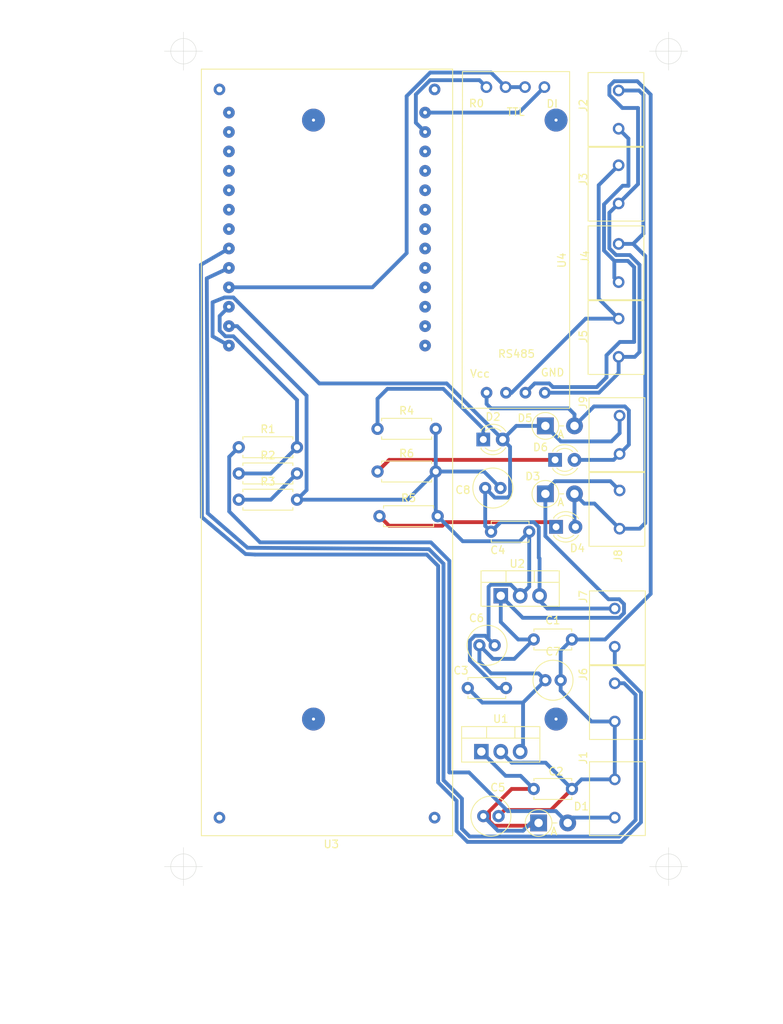
<source format=kicad_pcb>
(kicad_pcb (version 20171130) (host pcbnew "(5.1.10)-1")

  (general
    (thickness 1.6)
    (drawings 23)
    (tracks 269)
    (zones 0)
    (modules 33)
    (nets 38)
  )

  (page A4)
  (layers
    (0 F.Cu signal)
    (31 B.Cu signal)
    (32 B.Adhes user hide)
    (33 F.Adhes user hide)
    (34 B.Paste user)
    (35 F.Paste user hide)
    (36 B.SilkS user hide)
    (37 F.SilkS user)
    (38 B.Mask user hide)
    (39 F.Mask user hide)
    (40 Dwgs.User user)
    (41 Cmts.User user hide)
    (42 Eco1.User user hide)
    (43 Eco2.User user hide)
    (44 Edge.Cuts user)
    (45 Margin user hide)
    (46 B.CrtYd user hide)
    (47 F.CrtYd user)
    (48 B.Fab user hide)
    (49 F.Fab user hide)
  )

  (setup
    (last_trace_width 0.5)
    (user_trace_width 0.5)
    (trace_clearance 0.2)
    (zone_clearance 0.508)
    (zone_45_only no)
    (trace_min 0.2)
    (via_size 0.8)
    (via_drill 0.4)
    (via_min_size 0.4)
    (via_min_drill 0.3)
    (uvia_size 0.3)
    (uvia_drill 0.1)
    (uvias_allowed no)
    (uvia_min_size 0.2)
    (uvia_min_drill 0.1)
    (edge_width 0.05)
    (segment_width 0.2)
    (pcb_text_width 0.3)
    (pcb_text_size 1.5 1.5)
    (mod_edge_width 0.12)
    (mod_text_size 1 1)
    (mod_text_width 0.15)
    (pad_size 1.524 1.524)
    (pad_drill 0.762)
    (pad_to_mask_clearance 0)
    (aux_axis_origin 0 0)
    (visible_elements 7FFFFFFF)
    (pcbplotparams
      (layerselection 0x010fc_ffffffff)
      (usegerberextensions true)
      (usegerberattributes true)
      (usegerberadvancedattributes true)
      (creategerberjobfile true)
      (excludeedgelayer true)
      (linewidth 0.100000)
      (plotframeref false)
      (viasonmask false)
      (mode 1)
      (useauxorigin false)
      (hpglpennumber 1)
      (hpglpenspeed 20)
      (hpglpendiameter 15.000000)
      (psnegative false)
      (psa4output false)
      (plotreference true)
      (plotvalue false)
      (plotinvisibletext false)
      (padsonsilk false)
      (subtractmaskfromsilk false)
      (outputformat 1)
      (mirror false)
      (drillshape 0)
      (scaleselection 1)
      (outputdirectory "Gerbers/V2/"))
  )

  (net 0 "")
  (net 1 GND)
  (net 2 "Net-(C2-Pad1)")
  (net 3 "Net-(U3-Pad1)")
  (net 4 "Net-(D1-Pad2)")
  (net 5 "Net-(D2-Pad1)")
  (net 6 "Net-(U3-Pad3)")
  (net 7 /A)
  (net 8 /B)
  (net 9 "Net-(U3-Pad36)")
  (net 10 "Net-(U3-Pad39)")
  (net 11 "Net-(U3-PadRST)")
  (net 12 "Net-(U3-Pad15)")
  (net 13 "Net-(U3-Pad35)")
  (net 14 "Net-(U3-Pad32)")
  (net 15 "Net-(U3-Pad33)")
  (net 16 "Net-(U3-PadLoRa1)")
  (net 17 "Net-(U3-PadLoRa2)")
  (net 18 "Net-(U3-PadGND3)")
  (net 19 "Net-(U3-Pad3V3)")
  (net 20 "Net-(U3-PadGND2)")
  (net 21 "Net-(U3-Pad0)")
  (net 22 "Net-(U3-Pad23)")
  (net 23 "Net-(U3-Pad21)")
  (net 24 "Net-(U3-Pad3.3V)")
  (net 25 "Net-(U3-Pad13)")
  (net 26 "Net-(R1-Pad2)")
  (net 27 "Net-(U3-Pad4)")
  (net 28 "Net-(D4-Pad1)")
  (net 29 "Net-(D6-Pad1)")
  (net 30 /IN1)
  (net 31 /IN2)
  (net 32 "Net-(R2-Pad2)")
  (net 33 "Net-(U3-Pad22)")
  (net 34 /9V_f)
  (net 35 /5V_m)
  (net 36 /9V_s)
  (net 37 /5V_f)

  (net_class Default "This is the default net class."
    (clearance 0.2)
    (trace_width 0.25)
    (via_dia 0.8)
    (via_drill 0.4)
    (uvia_dia 0.3)
    (uvia_drill 0.1)
    (add_net /5V_f)
    (add_net /5V_m)
    (add_net /9V_f)
    (add_net /9V_s)
    (add_net /A)
    (add_net /B)
    (add_net /IN1)
    (add_net /IN2)
    (add_net GND)
    (add_net "Net-(C2-Pad1)")
    (add_net "Net-(D1-Pad2)")
    (add_net "Net-(D2-Pad1)")
    (add_net "Net-(D4-Pad1)")
    (add_net "Net-(D6-Pad1)")
    (add_net "Net-(R1-Pad2)")
    (add_net "Net-(R2-Pad2)")
    (add_net "Net-(U3-Pad0)")
    (add_net "Net-(U3-Pad1)")
    (add_net "Net-(U3-Pad13)")
    (add_net "Net-(U3-Pad15)")
    (add_net "Net-(U3-Pad21)")
    (add_net "Net-(U3-Pad22)")
    (add_net "Net-(U3-Pad23)")
    (add_net "Net-(U3-Pad3)")
    (add_net "Net-(U3-Pad3.3V)")
    (add_net "Net-(U3-Pad32)")
    (add_net "Net-(U3-Pad33)")
    (add_net "Net-(U3-Pad35)")
    (add_net "Net-(U3-Pad36)")
    (add_net "Net-(U3-Pad39)")
    (add_net "Net-(U3-Pad3V3)")
    (add_net "Net-(U3-Pad4)")
    (add_net "Net-(U3-PadGND2)")
    (add_net "Net-(U3-PadGND3)")
    (add_net "Net-(U3-PadLoRa1)")
    (add_net "Net-(U3-PadLoRa2)")
    (add_net "Net-(U3-PadRST)")
  )

  (module ttgo_tbeam:ttgo_tbeam (layer F.Cu) (tedit 62E83F92) (tstamp 636540B2)
    (at 131.819961 143.272821)
    (path /62E821CD)
    (fp_text reference U3 (at 0.5588 1.1176) (layer F.SilkS)
      (effects (font (size 1 1) (thickness 0.15)))
    )
    (fp_text value ttgo_tbeam (at 0.0508 2.2352) (layer F.Fab)
      (effects (font (size 1 1) (thickness 0.15)))
    )
    (fp_line (start -16.44396 0.01524) (end -16.44396 -100.28682) (layer F.SilkS) (width 0.12))
    (fp_line (start -16.44396 -100.28682) (end 16.44396 -100.28682) (layer F.SilkS) (width 0.12))
    (fp_line (start 16.44396 -100.28682) (end 16.44396 0) (layer F.SilkS) (width 0.12))
    (fp_line (start 16.44396 0) (end -16.44396 0.00254) (layer F.SilkS) (width 0.12))
    (pad "" np_thru_hole circle (at -14.08 -2.36) (size 1.524 1.524) (drill 0.762) (layers *.Cu *.Mask))
    (pad "" np_thru_hole circle (at 14.08 -2.36) (size 1.524 1.524) (drill 0.762) (layers *.Cu *.Mask))
    (pad "" np_thru_hole circle (at 14.08 -97.63) (size 1.524 1.524) (drill 0.762) (layers *.Cu *.Mask))
    (pad "" np_thru_hole circle (at -14.08 -97.63) (size 1.524 1.524) (drill 0.762) (layers *.Cu *.Mask))
    (pad 36 thru_hole circle (at -12.84 -94.6) (size 1.524 1.524) (drill 0.5) (layers *.Cu *.Mask)
      (net 9 "Net-(U3-Pad36)"))
    (pad 39 thru_hole circle (at -12.84 -92.06) (size 1.524 1.524) (drill 0.5) (layers *.Cu *.Mask)
      (net 10 "Net-(U3-Pad39)"))
    (pad RST thru_hole circle (at -12.84 -89.52) (size 1.524 1.524) (drill 0.5) (layers *.Cu *.Mask)
      (net 11 "Net-(U3-PadRST)"))
    (pad 15 thru_hole circle (at -12.84 -86.98) (size 1.524 1.524) (drill 0.5) (layers *.Cu *.Mask)
      (net 12 "Net-(U3-Pad15)"))
    (pad 35 thru_hole circle (at -12.84 -84.44) (size 1.524 1.524) (drill 0.5) (layers *.Cu *.Mask)
      (net 13 "Net-(U3-Pad35)"))
    (pad 32 thru_hole circle (at -12.84 -81.9) (size 1.524 1.524) (drill 0.5) (layers *.Cu *.Mask)
      (net 14 "Net-(U3-Pad32)"))
    (pad 33 thru_hole circle (at -12.84 -79.36) (size 1.524 1.524) (drill 0.5) (layers *.Cu *.Mask)
      (net 15 "Net-(U3-Pad33)"))
    (pad 25 thru_hole circle (at -12.84 -76.82) (size 1.524 1.524) (drill 0.5) (layers *.Cu *.Mask)
      (net 31 /IN2))
    (pad 14 thru_hole circle (at -12.84 -74.28) (size 1.524 1.524) (drill 0.5) (layers *.Cu *.Mask)
      (net 30 /IN1))
    (pad 13 thru_hole circle (at -12.84 -71.74) (size 1.524 1.524) (drill 0.5) (layers *.Cu *.Mask)
      (net 25 "Net-(U3-Pad13)"))
    (pad 2 thru_hole circle (at -12.84 -69.2) (size 1.524 1.524) (drill 0.5) (layers *.Cu *.Mask)
      (net 26 "Net-(R1-Pad2)"))
    (pad GND1 thru_hole circle (at -12.84 -66.66) (size 1.524 1.524) (drill 0.5) (layers *.Cu *.Mask)
      (net 1 GND))
    (pad 5V thru_hole circle (at -12.84 -64.12) (size 1.524 1.524) (drill 0.5) (layers *.Cu *.Mask)
      (net 37 /5V_f))
    (pad LoRa1 thru_hole circle (at 12.84 -64.12) (size 1.524 1.524) (drill 0.5) (layers *.Cu *.Mask)
      (net 16 "Net-(U3-PadLoRa1)"))
    (pad LoRa2 thru_hole circle (at 12.84 -66.66) (size 1.524 1.524) (drill 0.5) (layers *.Cu *.Mask)
      (net 17 "Net-(U3-PadLoRa2)"))
    (pad 22 thru_hole circle (at 12.84 -74.28) (size 1.524 1.524) (drill 0.5) (layers *.Cu *.Mask)
      (net 33 "Net-(U3-Pad22)"))
    (pad GND3 thru_hole circle (at 12.84 -76.82) (size 1.524 1.524) (drill 0.5) (layers *.Cu *.Mask)
      (net 18 "Net-(U3-PadGND3)"))
    (pad 3 thru_hole circle (at 12.84 -92.06) (size 1.524 1.524) (drill 0.5) (layers *.Cu *.Mask)
      (net 6 "Net-(U3-Pad3)"))
    (pad 1 thru_hole circle (at 12.84 -94.6) (size 1.524 1.524) (drill 0.5) (layers *.Cu *.Mask)
      (net 3 "Net-(U3-Pad1)"))
    (pad 3V3 thru_hole circle (at 12.84 -79.36) (size 1.524 1.524) (drill 0.5) (layers *.Cu *.Mask)
      (net 19 "Net-(U3-Pad3V3)"))
    (pad 4 thru_hole circle (at 12.84 -86.98) (size 1.524 1.524) (drill 0.5) (layers *.Cu *.Mask)
      (net 27 "Net-(U3-Pad4)"))
    (pad GND2 thru_hole circle (at 12.84 -81.9) (size 1.524 1.524) (drill 0.5) (layers *.Cu *.Mask)
      (net 20 "Net-(U3-PadGND2)"))
    (pad 0 thru_hole circle (at 12.84 -84.44) (size 1.524 1.524) (drill 0.5) (layers *.Cu *.Mask)
      (net 21 "Net-(U3-Pad0)"))
    (pad 23 thru_hole circle (at 12.84 -89.52) (size 1.524 1.524) (drill 0.5) (layers *.Cu *.Mask)
      (net 22 "Net-(U3-Pad23)"))
    (pad 21 thru_hole circle (at 12.84 -71.74) (size 1.524 1.524) (drill 0.5) (layers *.Cu *.Mask)
      (net 23 "Net-(U3-Pad21)"))
    (pad 3.3V thru_hole circle (at 12.84 -69.2) (size 1.524 1.524) (drill 0.5) (layers *.Cu *.Mask)
      (net 24 "Net-(U3-Pad3.3V)"))
  )

  (module bornera:bornera (layer F.Cu) (tedit 63652BE7) (tstamp 63653FC4)
    (at 166.116 95.758 270)
    (path /6365B5EB)
    (fp_text reference J8 (at 10.922 -3.81 90) (layer F.SilkS)
      (effects (font (size 1 1) (thickness 0.15)))
    )
    (fp_text value Conn_01x02 (at 0.06604 0.74422 90) (layer F.Fab)
      (effects (font (size 1 1) (thickness 0.15)))
    )
    (fp_line (start 0 -7.30504) (end 0 -0.00254) (layer F.SilkS) (width 0.12))
    (fp_line (start 9.652 -7.30504) (end 0 -7.30504) (layer F.SilkS) (width 0.12))
    (fp_line (start 9.652 0) (end 9.652 -7.30504) (layer F.SilkS) (width 0.12))
    (fp_line (start 0 0) (end 9.652 0) (layer F.SilkS) (width 0.12))
    (pad 2 thru_hole circle (at 7.35 -4 270) (size 1.524 1.524) (drill 0.9) (layers *.Cu *.Mask)
      (net 36 /9V_s))
    (pad 1 thru_hole circle (at 2.35 -4 270) (size 1.524 1.524) (drill 0.9) (layers *.Cu *.Mask)
      (net 34 /9V_f))
  )

  (module Capacitor_THT:C_Disc_D4.7mm_W2.5mm_P5.00mm (layer F.Cu) (tedit 5AE50EF0) (tstamp 63653E77)
    (at 158.877 117.602)
    (descr "C, Disc series, Radial, pin pitch=5.00mm, , diameter*width=4.7*2.5mm^2, Capacitor, http://www.vishay.com/docs/45233/krseries.pdf")
    (tags "C Disc series Radial pin pitch 5.00mm  diameter 4.7mm width 2.5mm Capacitor")
    (path /616F1AC0)
    (fp_text reference C1 (at 2.5 -2.5) (layer F.SilkS)
      (effects (font (size 1 1) (thickness 0.15)))
    )
    (fp_text value 0.1uF (at 2.5 2.5) (layer F.Fab)
      (effects (font (size 1 1) (thickness 0.15)))
    )
    (fp_line (start 0.15 -1.25) (end 0.15 1.25) (layer F.Fab) (width 0.1))
    (fp_line (start 0.15 1.25) (end 4.85 1.25) (layer F.Fab) (width 0.1))
    (fp_line (start 4.85 1.25) (end 4.85 -1.25) (layer F.Fab) (width 0.1))
    (fp_line (start 4.85 -1.25) (end 0.15 -1.25) (layer F.Fab) (width 0.1))
    (fp_line (start 0.03 -1.37) (end 4.97 -1.37) (layer F.SilkS) (width 0.12))
    (fp_line (start 0.03 1.37) (end 4.97 1.37) (layer F.SilkS) (width 0.12))
    (fp_line (start 0.03 -1.37) (end 0.03 -1.055) (layer F.SilkS) (width 0.12))
    (fp_line (start 0.03 1.055) (end 0.03 1.37) (layer F.SilkS) (width 0.12))
    (fp_line (start 4.97 -1.37) (end 4.97 -1.055) (layer F.SilkS) (width 0.12))
    (fp_line (start 4.97 1.055) (end 4.97 1.37) (layer F.SilkS) (width 0.12))
    (fp_line (start -1.05 -1.5) (end -1.05 1.5) (layer F.CrtYd) (width 0.05))
    (fp_line (start -1.05 1.5) (end 6.05 1.5) (layer F.CrtYd) (width 0.05))
    (fp_line (start 6.05 1.5) (end 6.05 -1.5) (layer F.CrtYd) (width 0.05))
    (fp_line (start 6.05 -1.5) (end -1.05 -1.5) (layer F.CrtYd) (width 0.05))
    (fp_text user %R (at 2.5 0) (layer F.Fab)
      (effects (font (size 0.94 0.94) (thickness 0.141)))
    )
    (pad 2 thru_hole circle (at 5 0) (size 1.6 1.6) (drill 0.8) (layers *.Cu *.Mask)
      (net 1 GND))
    (pad 1 thru_hole circle (at 0 0) (size 1.6 1.6) (drill 0.8) (layers *.Cu *.Mask)
      (net 34 /9V_f))
    (model ${KISYS3DMOD}/Capacitor_THT.3dshapes/C_Disc_D4.7mm_W2.5mm_P5.00mm.wrl
      (at (xyz 0 0 0))
      (scale (xyz 1 1 1))
      (rotate (xyz 0 0 0))
    )
  )

  (module Capacitor_THT:C_Disc_D4.7mm_W2.5mm_P5.00mm (layer F.Cu) (tedit 5AE50EF0) (tstamp 63653E8C)
    (at 158.877 137.16)
    (descr "C, Disc series, Radial, pin pitch=5.00mm, , diameter*width=4.7*2.5mm^2, Capacitor, http://www.vishay.com/docs/45233/krseries.pdf")
    (tags "C Disc series Radial pin pitch 5.00mm  diameter 4.7mm width 2.5mm Capacitor")
    (path /616F0A57)
    (fp_text reference C2 (at 2.921 -2.286) (layer F.SilkS)
      (effects (font (size 1 1) (thickness 0.15)))
    )
    (fp_text value 0.1uF (at 2.5 2.5) (layer F.Fab)
      (effects (font (size 1 1) (thickness 0.15)))
    )
    (fp_line (start 0.15 -1.25) (end 0.15 1.25) (layer F.Fab) (width 0.1))
    (fp_line (start 0.15 1.25) (end 4.85 1.25) (layer F.Fab) (width 0.1))
    (fp_line (start 4.85 1.25) (end 4.85 -1.25) (layer F.Fab) (width 0.1))
    (fp_line (start 4.85 -1.25) (end 0.15 -1.25) (layer F.Fab) (width 0.1))
    (fp_line (start 0.03 -1.37) (end 4.97 -1.37) (layer F.SilkS) (width 0.12))
    (fp_line (start 0.03 1.37) (end 4.97 1.37) (layer F.SilkS) (width 0.12))
    (fp_line (start 0.03 -1.37) (end 0.03 -1.055) (layer F.SilkS) (width 0.12))
    (fp_line (start 0.03 1.055) (end 0.03 1.37) (layer F.SilkS) (width 0.12))
    (fp_line (start 4.97 -1.37) (end 4.97 -1.055) (layer F.SilkS) (width 0.12))
    (fp_line (start 4.97 1.055) (end 4.97 1.37) (layer F.SilkS) (width 0.12))
    (fp_line (start -1.05 -1.5) (end -1.05 1.5) (layer F.CrtYd) (width 0.05))
    (fp_line (start -1.05 1.5) (end 6.05 1.5) (layer F.CrtYd) (width 0.05))
    (fp_line (start 6.05 1.5) (end 6.05 -1.5) (layer F.CrtYd) (width 0.05))
    (fp_line (start 6.05 -1.5) (end -1.05 -1.5) (layer F.CrtYd) (width 0.05))
    (fp_text user %R (at 2.5 0) (layer F.Fab)
      (effects (font (size 0.94 0.94) (thickness 0.141)))
    )
    (pad 2 thru_hole circle (at 5 0) (size 1.6 1.6) (drill 0.8) (layers *.Cu *.Mask)
      (net 1 GND))
    (pad 1 thru_hole circle (at 0 0) (size 1.6 1.6) (drill 0.8) (layers *.Cu *.Mask)
      (net 2 "Net-(C2-Pad1)"))
    (model ${KISYS3DMOD}/Capacitor_THT.3dshapes/C_Disc_D4.7mm_W2.5mm_P5.00mm.wrl
      (at (xyz 0 0 0))
      (scale (xyz 1 1 1))
      (rotate (xyz 0 0 0))
    )
  )

  (module Capacitor_THT:C_Disc_D4.7mm_W2.5mm_P5.00mm (layer F.Cu) (tedit 5AE50EF0) (tstamp 63653EA1)
    (at 150.241 123.952)
    (descr "C, Disc series, Radial, pin pitch=5.00mm, , diameter*width=4.7*2.5mm^2, Capacitor, http://www.vishay.com/docs/45233/krseries.pdf")
    (tags "C Disc series Radial pin pitch 5.00mm  diameter 4.7mm width 2.5mm Capacitor")
    (path /616F197F)
    (fp_text reference C3 (at -0.889 -2.286) (layer F.SilkS)
      (effects (font (size 1 1) (thickness 0.15)))
    )
    (fp_text value 0.1uF (at 2.5 2.5) (layer F.Fab)
      (effects (font (size 1 1) (thickness 0.15)))
    )
    (fp_line (start 6.05 -1.5) (end -1.05 -1.5) (layer F.CrtYd) (width 0.05))
    (fp_line (start 6.05 1.5) (end 6.05 -1.5) (layer F.CrtYd) (width 0.05))
    (fp_line (start -1.05 1.5) (end 6.05 1.5) (layer F.CrtYd) (width 0.05))
    (fp_line (start -1.05 -1.5) (end -1.05 1.5) (layer F.CrtYd) (width 0.05))
    (fp_line (start 4.97 1.055) (end 4.97 1.37) (layer F.SilkS) (width 0.12))
    (fp_line (start 4.97 -1.37) (end 4.97 -1.055) (layer F.SilkS) (width 0.12))
    (fp_line (start 0.03 1.055) (end 0.03 1.37) (layer F.SilkS) (width 0.12))
    (fp_line (start 0.03 -1.37) (end 0.03 -1.055) (layer F.SilkS) (width 0.12))
    (fp_line (start 0.03 1.37) (end 4.97 1.37) (layer F.SilkS) (width 0.12))
    (fp_line (start 0.03 -1.37) (end 4.97 -1.37) (layer F.SilkS) (width 0.12))
    (fp_line (start 4.85 -1.25) (end 0.15 -1.25) (layer F.Fab) (width 0.1))
    (fp_line (start 4.85 1.25) (end 4.85 -1.25) (layer F.Fab) (width 0.1))
    (fp_line (start 0.15 1.25) (end 4.85 1.25) (layer F.Fab) (width 0.1))
    (fp_line (start 0.15 -1.25) (end 0.15 1.25) (layer F.Fab) (width 0.1))
    (fp_text user %R (at 2.5 0) (layer F.Fab)
      (effects (font (size 0.94 0.94) (thickness 0.141)))
    )
    (pad 1 thru_hole circle (at 0 0) (size 1.6 1.6) (drill 0.8) (layers *.Cu *.Mask)
      (net 34 /9V_f))
    (pad 2 thru_hole circle (at 5 0) (size 1.6 1.6) (drill 0.8) (layers *.Cu *.Mask)
      (net 1 GND))
    (model ${KISYS3DMOD}/Capacitor_THT.3dshapes/C_Disc_D4.7mm_W2.5mm_P5.00mm.wrl
      (at (xyz 0 0 0))
      (scale (xyz 1 1 1))
      (rotate (xyz 0 0 0))
    )
  )

  (module Capacitor_THT:C_Disc_D4.7mm_W2.5mm_P5.00mm (layer F.Cu) (tedit 5AE50EF0) (tstamp 63653EB6)
    (at 153.289 103.505)
    (descr "C, Disc series, Radial, pin pitch=5.00mm, , diameter*width=4.7*2.5mm^2, Capacitor, http://www.vishay.com/docs/45233/krseries.pdf")
    (tags "C Disc series Radial pin pitch 5.00mm  diameter 4.7mm width 2.5mm Capacitor")
    (path /616F1AFA)
    (fp_text reference C4 (at 0.889 2.413) (layer F.SilkS)
      (effects (font (size 1 1) (thickness 0.15)))
    )
    (fp_text value 0.1uF (at 2.5 2.5) (layer F.Fab)
      (effects (font (size 1 1) (thickness 0.15)))
    )
    (fp_line (start 6.05 -1.5) (end -1.05 -1.5) (layer F.CrtYd) (width 0.05))
    (fp_line (start 6.05 1.5) (end 6.05 -1.5) (layer F.CrtYd) (width 0.05))
    (fp_line (start -1.05 1.5) (end 6.05 1.5) (layer F.CrtYd) (width 0.05))
    (fp_line (start -1.05 -1.5) (end -1.05 1.5) (layer F.CrtYd) (width 0.05))
    (fp_line (start 4.97 1.055) (end 4.97 1.37) (layer F.SilkS) (width 0.12))
    (fp_line (start 4.97 -1.37) (end 4.97 -1.055) (layer F.SilkS) (width 0.12))
    (fp_line (start 0.03 1.055) (end 0.03 1.37) (layer F.SilkS) (width 0.12))
    (fp_line (start 0.03 -1.37) (end 0.03 -1.055) (layer F.SilkS) (width 0.12))
    (fp_line (start 0.03 1.37) (end 4.97 1.37) (layer F.SilkS) (width 0.12))
    (fp_line (start 0.03 -1.37) (end 4.97 -1.37) (layer F.SilkS) (width 0.12))
    (fp_line (start 4.85 -1.25) (end 0.15 -1.25) (layer F.Fab) (width 0.1))
    (fp_line (start 4.85 1.25) (end 4.85 -1.25) (layer F.Fab) (width 0.1))
    (fp_line (start 0.15 1.25) (end 4.85 1.25) (layer F.Fab) (width 0.1))
    (fp_line (start 0.15 -1.25) (end 0.15 1.25) (layer F.Fab) (width 0.1))
    (fp_text user %R (at 2.5 0) (layer F.Fab)
      (effects (font (size 0.94 0.94) (thickness 0.141)))
    )
    (pad 1 thru_hole circle (at 0 0) (size 1.6 1.6) (drill 0.8) (layers *.Cu *.Mask)
      (net 37 /5V_f))
    (pad 2 thru_hole circle (at 5 0) (size 1.6 1.6) (drill 0.8) (layers *.Cu *.Mask)
      (net 1 GND))
    (model ${KISYS3DMOD}/Capacitor_THT.3dshapes/C_Disc_D4.7mm_W2.5mm_P5.00mm.wrl
      (at (xyz 0 0 0))
      (scale (xyz 1 1 1))
      (rotate (xyz 0 0 0))
    )
  )

  (module Capacitor_THT:C_Radial_D5.0mm_H11.0mm_P2.00mm (layer F.Cu) (tedit 5BC5C9B9) (tstamp 63653EC0)
    (at 152.273 140.716)
    (descr "C, Radial series, Radial, pin pitch=2.00mm, diameter=5mm, height=11mm, Non-Polar Electrolytic Capacitor")
    (tags "C Radial series Radial pin pitch 2.00mm diameter 5mm height 11mm Non-Polar Electrolytic Capacitor")
    (path /62E89CBB)
    (fp_text reference C5 (at 1.905 -3.75) (layer F.SilkS)
      (effects (font (size 1 1) (thickness 0.15)))
    )
    (fp_text value 0.22uF (at 1 3.75) (layer F.Fab)
      (effects (font (size 1 1) (thickness 0.15)))
    )
    (fp_circle (center 1 0) (end 3.5 0) (layer F.Fab) (width 0.1))
    (fp_circle (center 1 0) (end 3.62 0) (layer F.SilkS) (width 0.12))
    (fp_circle (center 1 0) (end 3.75 0) (layer F.CrtYd) (width 0.05))
    (fp_text user %R (at 1 0) (layer F.Fab)
      (effects (font (size 1 1) (thickness 0.15)))
    )
    (pad 2 thru_hole circle (at 2 0) (size 1.6 1.6) (drill 0.8) (layers *.Cu *.Mask)
      (net 1 GND))
    (pad 1 thru_hole circle (at 0 0) (size 1.6 1.6) (drill 0.8) (layers *.Cu *.Mask)
      (net 2 "Net-(C2-Pad1)"))
    (model ${KISYS3DMOD}/Capacitor_THT.3dshapes/C_Radial_D5.0mm_H11.0mm_P2.00mm.wrl
      (at (xyz 0 0 0))
      (scale (xyz 1 1 1))
      (rotate (xyz 0 0 0))
    )
  )

  (module Capacitor_THT:C_Radial_D5.0mm_H11.0mm_P2.00mm (layer F.Cu) (tedit 5BC5C9B9) (tstamp 63653ECA)
    (at 151.765 118.364)
    (descr "C, Radial series, Radial, pin pitch=2.00mm, diameter=5mm, height=11mm, Non-Polar Electrolytic Capacitor")
    (tags "C Radial series Radial pin pitch 2.00mm diameter 5mm height 11mm Non-Polar Electrolytic Capacitor")
    (path /62EBD6DD)
    (fp_text reference C6 (at -0.381 -3.556) (layer F.SilkS)
      (effects (font (size 1 1) (thickness 0.15)))
    )
    (fp_text value 0.22uF (at 1 3.75) (layer F.Fab)
      (effects (font (size 1 1) (thickness 0.15)))
    )
    (fp_circle (center 1 0) (end 3.5 0) (layer F.Fab) (width 0.1))
    (fp_circle (center 1 0) (end 3.62 0) (layer F.SilkS) (width 0.12))
    (fp_circle (center 1 0) (end 3.75 0) (layer F.CrtYd) (width 0.05))
    (fp_text user %R (at 1 0) (layer F.Fab)
      (effects (font (size 1 1) (thickness 0.15)))
    )
    (pad 2 thru_hole circle (at 2 0) (size 1.6 1.6) (drill 0.8) (layers *.Cu *.Mask)
      (net 1 GND))
    (pad 1 thru_hole circle (at 0 0) (size 1.6 1.6) (drill 0.8) (layers *.Cu *.Mask)
      (net 34 /9V_f))
    (model ${KISYS3DMOD}/Capacitor_THT.3dshapes/C_Radial_D5.0mm_H11.0mm_P2.00mm.wrl
      (at (xyz 0 0 0))
      (scale (xyz 1 1 1))
      (rotate (xyz 0 0 0))
    )
  )

  (module Capacitor_THT:C_Radial_D5.0mm_H11.0mm_P2.00mm (layer F.Cu) (tedit 5BC5C9B9) (tstamp 63653ED4)
    (at 160.401 122.936)
    (descr "C, Radial series, Radial, pin pitch=2.00mm, diameter=5mm, height=11mm, Non-Polar Electrolytic Capacitor")
    (tags "C Radial series Radial pin pitch 2.00mm diameter 5mm height 11mm Non-Polar Electrolytic Capacitor")
    (path /62EAA159)
    (fp_text reference C7 (at 1 -3.75) (layer F.SilkS)
      (effects (font (size 1 1) (thickness 0.15)))
    )
    (fp_text value 10uF (at 1 3.75) (layer F.Fab)
      (effects (font (size 1 1) (thickness 0.15)))
    )
    (fp_circle (center 1 0) (end 3.75 0) (layer F.CrtYd) (width 0.05))
    (fp_circle (center 1 0) (end 3.62 0) (layer F.SilkS) (width 0.12))
    (fp_circle (center 1 0) (end 3.5 0) (layer F.Fab) (width 0.1))
    (fp_text user %R (at 1 0) (layer F.Fab)
      (effects (font (size 1 1) (thickness 0.15)))
    )
    (pad 1 thru_hole circle (at 0 0) (size 1.6 1.6) (drill 0.8) (layers *.Cu *.Mask)
      (net 34 /9V_f))
    (pad 2 thru_hole circle (at 2 0) (size 1.6 1.6) (drill 0.8) (layers *.Cu *.Mask)
      (net 1 GND))
    (model ${KISYS3DMOD}/Capacitor_THT.3dshapes/C_Radial_D5.0mm_H11.0mm_P2.00mm.wrl
      (at (xyz 0 0 0))
      (scale (xyz 1 1 1))
      (rotate (xyz 0 0 0))
    )
  )

  (module Capacitor_THT:C_Radial_D5.0mm_H11.0mm_P2.00mm (layer F.Cu) (tedit 5BC5C9B9) (tstamp 636558BF)
    (at 152.527 97.79)
    (descr "C, Radial series, Radial, pin pitch=2.00mm, diameter=5mm, height=11mm, Non-Polar Electrolytic Capacitor")
    (tags "C Radial series Radial pin pitch 2.00mm diameter 5mm height 11mm Non-Polar Electrolytic Capacitor")
    (path /62EBDEB3)
    (fp_text reference C8 (at -2.921 0.254) (layer F.SilkS)
      (effects (font (size 1 1) (thickness 0.15)))
    )
    (fp_text value 10uF (at 1 3.75) (layer F.Fab)
      (effects (font (size 1 1) (thickness 0.15)))
    )
    (fp_circle (center 1 0) (end 3.75 0) (layer F.CrtYd) (width 0.05))
    (fp_circle (center 1 0) (end 3.62 0) (layer F.SilkS) (width 0.12))
    (fp_circle (center 1 0) (end 3.5 0) (layer F.Fab) (width 0.1))
    (fp_text user %R (at 1 0) (layer F.Fab)
      (effects (font (size 1 1) (thickness 0.15)))
    )
    (pad 1 thru_hole circle (at 0 0) (size 1.6 1.6) (drill 0.8) (layers *.Cu *.Mask)
      (net 37 /5V_f))
    (pad 2 thru_hole circle (at 2 0) (size 1.6 1.6) (drill 0.8) (layers *.Cu *.Mask)
      (net 1 GND))
    (model ${KISYS3DMOD}/Capacitor_THT.3dshapes/C_Radial_D5.0mm_H11.0mm_P2.00mm.wrl
      (at (xyz 0 0 0))
      (scale (xyz 1 1 1))
      (rotate (xyz 0 0 0))
    )
  )

  (module LED_THT:LED_D3.0mm (layer F.Cu) (tedit 587A3A7B) (tstamp 63653F10)
    (at 152.273 91.44)
    (descr "LED, diameter 3.0mm, 2 pins")
    (tags "LED diameter 3.0mm 2 pins")
    (path /6367A0A8)
    (fp_text reference D2 (at 1.27 -2.96) (layer F.SilkS)
      (effects (font (size 1 1) (thickness 0.15)))
    )
    (fp_text value LED (at 1.27 2.96) (layer F.Fab)
      (effects (font (size 1 1) (thickness 0.15)))
    )
    (fp_circle (center 1.27 0) (end 2.77 0) (layer F.Fab) (width 0.1))
    (fp_line (start -0.23 -1.16619) (end -0.23 1.16619) (layer F.Fab) (width 0.1))
    (fp_line (start -0.29 -1.236) (end -0.29 -1.08) (layer F.SilkS) (width 0.12))
    (fp_line (start -0.29 1.08) (end -0.29 1.236) (layer F.SilkS) (width 0.12))
    (fp_line (start -1.15 -2.25) (end -1.15 2.25) (layer F.CrtYd) (width 0.05))
    (fp_line (start -1.15 2.25) (end 3.7 2.25) (layer F.CrtYd) (width 0.05))
    (fp_line (start 3.7 2.25) (end 3.7 -2.25) (layer F.CrtYd) (width 0.05))
    (fp_line (start 3.7 -2.25) (end -1.15 -2.25) (layer F.CrtYd) (width 0.05))
    (fp_arc (start 1.27 0) (end 0.229039 1.08) (angle -87.9) (layer F.SilkS) (width 0.12))
    (fp_arc (start 1.27 0) (end 0.229039 -1.08) (angle 87.9) (layer F.SilkS) (width 0.12))
    (fp_arc (start 1.27 0) (end -0.29 1.235516) (angle -108.8) (layer F.SilkS) (width 0.12))
    (fp_arc (start 1.27 0) (end -0.29 -1.235516) (angle 108.8) (layer F.SilkS) (width 0.12))
    (fp_arc (start 1.27 0) (end -0.23 -1.16619) (angle 284.3) (layer F.Fab) (width 0.1))
    (pad 2 thru_hole circle (at 2.54 0) (size 1.8 1.8) (drill 0.9) (layers *.Cu *.Mask)
      (net 37 /5V_f))
    (pad 1 thru_hole rect (at 0 0) (size 1.8 1.8) (drill 0.9) (layers *.Cu *.Mask)
      (net 5 "Net-(D2-Pad1)"))
    (model ${KISYS3DMOD}/LED_THT.3dshapes/LED_D3.0mm.wrl
      (at (xyz 0 0 0))
      (scale (xyz 1 1 1))
      (rotate (xyz 0 0 0))
    )
  )

  (module LED_THT:LED_D3.0mm (layer F.Cu) (tedit 587A3A7B) (tstamp 63653F42)
    (at 161.798 102.87)
    (descr "LED, diameter 3.0mm, 2 pins")
    (tags "LED diameter 3.0mm 2 pins")
    (path /636797A2)
    (fp_text reference D4 (at 2.794 2.794) (layer F.SilkS)
      (effects (font (size 1 1) (thickness 0.15)))
    )
    (fp_text value LED (at 1.27 2.96) (layer F.Fab)
      (effects (font (size 1 1) (thickness 0.15)))
    )
    (fp_line (start 3.7 -2.25) (end -1.15 -2.25) (layer F.CrtYd) (width 0.05))
    (fp_line (start 3.7 2.25) (end 3.7 -2.25) (layer F.CrtYd) (width 0.05))
    (fp_line (start -1.15 2.25) (end 3.7 2.25) (layer F.CrtYd) (width 0.05))
    (fp_line (start -1.15 -2.25) (end -1.15 2.25) (layer F.CrtYd) (width 0.05))
    (fp_line (start -0.29 1.08) (end -0.29 1.236) (layer F.SilkS) (width 0.12))
    (fp_line (start -0.29 -1.236) (end -0.29 -1.08) (layer F.SilkS) (width 0.12))
    (fp_line (start -0.23 -1.16619) (end -0.23 1.16619) (layer F.Fab) (width 0.1))
    (fp_circle (center 1.27 0) (end 2.77 0) (layer F.Fab) (width 0.1))
    (fp_arc (start 1.27 0) (end -0.23 -1.16619) (angle 284.3) (layer F.Fab) (width 0.1))
    (fp_arc (start 1.27 0) (end -0.29 -1.235516) (angle 108.8) (layer F.SilkS) (width 0.12))
    (fp_arc (start 1.27 0) (end -0.29 1.235516) (angle -108.8) (layer F.SilkS) (width 0.12))
    (fp_arc (start 1.27 0) (end 0.229039 -1.08) (angle 87.9) (layer F.SilkS) (width 0.12))
    (fp_arc (start 1.27 0) (end 0.229039 1.08) (angle -87.9) (layer F.SilkS) (width 0.12))
    (pad 1 thru_hole rect (at 0 0) (size 1.8 1.8) (drill 0.9) (layers *.Cu *.Mask)
      (net 28 "Net-(D4-Pad1)"))
    (pad 2 thru_hole circle (at 2.54 0) (size 1.8 1.8) (drill 0.9) (layers *.Cu *.Mask)
      (net 36 /9V_s))
    (model ${KISYS3DMOD}/LED_THT.3dshapes/LED_D3.0mm.wrl
      (at (xyz 0 0 0))
      (scale (xyz 1 1 1))
      (rotate (xyz 0 0 0))
    )
  )

  (module LED_THT:LED_D3.0mm (layer F.Cu) (tedit 587A3A7B) (tstamp 63653F74)
    (at 161.671 94.107)
    (descr "LED, diameter 3.0mm, 2 pins")
    (tags "LED diameter 3.0mm 2 pins")
    (path /6367A448)
    (fp_text reference D6 (at -1.905 -1.651) (layer F.SilkS)
      (effects (font (size 1 1) (thickness 0.15)))
    )
    (fp_text value LED (at 1.27 2.96) (layer F.Fab)
      (effects (font (size 1 1) (thickness 0.15)))
    )
    (fp_line (start 3.7 -2.25) (end -1.15 -2.25) (layer F.CrtYd) (width 0.05))
    (fp_line (start 3.7 2.25) (end 3.7 -2.25) (layer F.CrtYd) (width 0.05))
    (fp_line (start -1.15 2.25) (end 3.7 2.25) (layer F.CrtYd) (width 0.05))
    (fp_line (start -1.15 -2.25) (end -1.15 2.25) (layer F.CrtYd) (width 0.05))
    (fp_line (start -0.29 1.08) (end -0.29 1.236) (layer F.SilkS) (width 0.12))
    (fp_line (start -0.29 -1.236) (end -0.29 -1.08) (layer F.SilkS) (width 0.12))
    (fp_line (start -0.23 -1.16619) (end -0.23 1.16619) (layer F.Fab) (width 0.1))
    (fp_circle (center 1.27 0) (end 2.77 0) (layer F.Fab) (width 0.1))
    (fp_arc (start 1.27 0) (end -0.23 -1.16619) (angle 284.3) (layer F.Fab) (width 0.1))
    (fp_arc (start 1.27 0) (end -0.29 -1.235516) (angle 108.8) (layer F.SilkS) (width 0.12))
    (fp_arc (start 1.27 0) (end -0.29 1.235516) (angle -108.8) (layer F.SilkS) (width 0.12))
    (fp_arc (start 1.27 0) (end 0.229039 -1.08) (angle 87.9) (layer F.SilkS) (width 0.12))
    (fp_arc (start 1.27 0) (end 0.229039 1.08) (angle -87.9) (layer F.SilkS) (width 0.12))
    (pad 1 thru_hole rect (at 0 0) (size 1.8 1.8) (drill 0.9) (layers *.Cu *.Mask)
      (net 29 "Net-(D6-Pad1)"))
    (pad 2 thru_hole circle (at 2.54 0) (size 1.8 1.8) (drill 0.9) (layers *.Cu *.Mask)
      (net 35 /5V_m))
    (model ${KISYS3DMOD}/LED_THT.3dshapes/LED_D3.0mm.wrl
      (at (xyz 0 0 0))
      (scale (xyz 1 1 1))
      (rotate (xyz 0 0 0))
    )
  )

  (module bornera:bornera (layer F.Cu) (tedit 63652BE7) (tstamp 63654C21)
    (at 173.482 143.256 90)
    (path /616EF701)
    (fp_text reference J1 (at 10.16 -8.128 90) (layer F.SilkS)
      (effects (font (size 1 1) (thickness 0.15)))
    )
    (fp_text value Conn_01x02 (at 0.06604 0.74422 90) (layer F.Fab)
      (effects (font (size 1 1) (thickness 0.15)))
    )
    (fp_line (start 0 0) (end 9.652 0) (layer F.SilkS) (width 0.12))
    (fp_line (start 9.652 0) (end 9.652 -7.30504) (layer F.SilkS) (width 0.12))
    (fp_line (start 9.652 -7.30504) (end 0 -7.30504) (layer F.SilkS) (width 0.12))
    (fp_line (start 0 -7.30504) (end 0 -0.00254) (layer F.SilkS) (width 0.12))
    (pad 1 thru_hole circle (at 2.35 -4 90) (size 1.524 1.524) (drill 0.9) (layers *.Cu *.Mask)
      (net 4 "Net-(D1-Pad2)"))
    (pad 2 thru_hole circle (at 7.35 -4 90) (size 1.524 1.524) (drill 0.9) (layers *.Cu *.Mask)
      (net 1 GND))
  )

  (module bornera:bornera (layer F.Cu) (tedit 63652BE7) (tstamp 636549A6)
    (at 165.989 43.434 270)
    (path /62F0642C)
    (fp_text reference J2 (at 4.318 0.635 90) (layer F.SilkS)
      (effects (font (size 1 1) (thickness 0.15)))
    )
    (fp_text value Conn_01x02 (at 0.06604 0.74422 90) (layer F.Fab)
      (effects (font (size 1 1) (thickness 0.15)))
    )
    (fp_line (start 0 -7.30504) (end 0 -0.00254) (layer F.SilkS) (width 0.12))
    (fp_line (start 9.652 -7.30504) (end 0 -7.30504) (layer F.SilkS) (width 0.12))
    (fp_line (start 9.652 0) (end 9.652 -7.30504) (layer F.SilkS) (width 0.12))
    (fp_line (start 0 0) (end 9.652 0) (layer F.SilkS) (width 0.12))
    (pad 2 thru_hole circle (at 7.35 -4 270) (size 1.524 1.524) (drill 0.9) (layers *.Cu *.Mask)
      (net 7 /A))
    (pad 1 thru_hole circle (at 2.35 -4 270) (size 1.524 1.524) (drill 0.9) (layers *.Cu *.Mask)
      (net 36 /9V_s))
  )

  (module bornera:bornera (layer F.Cu) (tedit 63652BE7) (tstamp 636549C1)
    (at 165.989 53.213 270)
    (path /62F069C6)
    (fp_text reference J3 (at 4.191 0.635 90) (layer F.SilkS)
      (effects (font (size 1 1) (thickness 0.15)))
    )
    (fp_text value Conn_01x02 (at 0.06604 0.74422 90) (layer F.Fab)
      (effects (font (size 1 1) (thickness 0.15)))
    )
    (fp_line (start 0 0) (end 9.652 0) (layer F.SilkS) (width 0.12))
    (fp_line (start 9.652 0) (end 9.652 -7.30504) (layer F.SilkS) (width 0.12))
    (fp_line (start 9.652 -7.30504) (end 0 -7.30504) (layer F.SilkS) (width 0.12))
    (fp_line (start 0 -7.30504) (end 0 -0.00254) (layer F.SilkS) (width 0.12))
    (pad 1 thru_hole circle (at 2.35 -4 270) (size 1.524 1.524) (drill 0.9) (layers *.Cu *.Mask)
      (net 8 /B))
    (pad 2 thru_hole circle (at 7.35 -4 270) (size 1.524 1.524) (drill 0.9) (layers *.Cu *.Mask)
      (net 1 GND))
  )

  (module bornera:bornera (layer F.Cu) (tedit 63652BE7) (tstamp 636549F7)
    (at 165.989 63.5 270)
    (path /62F06C66)
    (fp_text reference J4 (at 4.064 0.381 90) (layer F.SilkS)
      (effects (font (size 1 1) (thickness 0.15)))
    )
    (fp_text value Conn_01x02 (at 0.06604 0.74422 90) (layer F.Fab)
      (effects (font (size 1 1) (thickness 0.15)))
    )
    (fp_line (start 0 -7.30504) (end 0 -0.00254) (layer F.SilkS) (width 0.12))
    (fp_line (start 9.652 -7.30504) (end 0 -7.30504) (layer F.SilkS) (width 0.12))
    (fp_line (start 9.652 0) (end 9.652 -7.30504) (layer F.SilkS) (width 0.12))
    (fp_line (start 0 0) (end 9.652 0) (layer F.SilkS) (width 0.12))
    (pad 2 thru_hole circle (at 7.35 -4 270) (size 1.524 1.524) (drill 0.9) (layers *.Cu *.Mask)
      (net 7 /A))
    (pad 1 thru_hole circle (at 2.35 -4 270) (size 1.524 1.524) (drill 0.9) (layers *.Cu *.Mask)
      (net 36 /9V_s))
  )

  (module bornera:bornera (layer F.Cu) (tedit 63652BE7) (tstamp 636549DC)
    (at 165.989 73.279 270)
    (path /62F071C7)
    (fp_text reference J5 (at 4.699 0.635 90) (layer F.SilkS)
      (effects (font (size 1 1) (thickness 0.15)))
    )
    (fp_text value Conn_01x02 (at 0.06604 0.74422 90) (layer F.Fab)
      (effects (font (size 1 1) (thickness 0.15)))
    )
    (fp_line (start 0 0) (end 9.652 0) (layer F.SilkS) (width 0.12))
    (fp_line (start 9.652 0) (end 9.652 -7.30504) (layer F.SilkS) (width 0.12))
    (fp_line (start 9.652 -7.30504) (end 0 -7.30504) (layer F.SilkS) (width 0.12))
    (fp_line (start 0 -7.30504) (end 0 -0.00254) (layer F.SilkS) (width 0.12))
    (pad 1 thru_hole circle (at 2.35 -4 270) (size 1.524 1.524) (drill 0.9) (layers *.Cu *.Mask)
      (net 8 /B))
    (pad 2 thru_hole circle (at 7.35 -4 270) (size 1.524 1.524) (drill 0.9) (layers *.Cu *.Mask)
      (net 1 GND))
  )

  (module bornera:bornera (layer F.Cu) (tedit 63652BE7) (tstamp 63653FB0)
    (at 173.482 130.683 90)
    (path /6365D31F)
    (fp_text reference J6 (at 8.509 -8.128 90) (layer F.SilkS)
      (effects (font (size 1 1) (thickness 0.15)))
    )
    (fp_text value Conn_01x02 (at 0.06604 0.74422 90) (layer F.Fab)
      (effects (font (size 1 1) (thickness 0.15)))
    )
    (fp_line (start 0 -7.30504) (end 0 -0.00254) (layer F.SilkS) (width 0.12))
    (fp_line (start 9.652 -7.30504) (end 0 -7.30504) (layer F.SilkS) (width 0.12))
    (fp_line (start 9.652 0) (end 9.652 -7.30504) (layer F.SilkS) (width 0.12))
    (fp_line (start 0 0) (end 9.652 0) (layer F.SilkS) (width 0.12))
    (pad 2 thru_hole circle (at 7.35 -4 90) (size 1.524 1.524) (drill 0.9) (layers *.Cu *.Mask)
      (net 30 /IN1))
    (pad 1 thru_hole circle (at 2.35 -4 90) (size 1.524 1.524) (drill 0.9) (layers *.Cu *.Mask)
      (net 1 GND))
  )

  (module bornera:bornera (layer F.Cu) (tedit 63652BE7) (tstamp 63653FBA)
    (at 173.482 120.904 90)
    (path /6365D325)
    (fp_text reference J7 (at 8.89 -8.128 90) (layer F.SilkS)
      (effects (font (size 1 1) (thickness 0.15)))
    )
    (fp_text value Conn_01x02 (at 0.06604 0.74422 90) (layer F.Fab)
      (effects (font (size 1 1) (thickness 0.15)))
    )
    (fp_line (start 0 0) (end 9.652 0) (layer F.SilkS) (width 0.12))
    (fp_line (start 9.652 0) (end 9.652 -7.30504) (layer F.SilkS) (width 0.12))
    (fp_line (start 9.652 -7.30504) (end 0 -7.30504) (layer F.SilkS) (width 0.12))
    (fp_line (start 0 -7.30504) (end 0 -0.00254) (layer F.SilkS) (width 0.12))
    (pad 1 thru_hole circle (at 2.35 -4 90) (size 1.524 1.524) (drill 0.9) (layers *.Cu *.Mask)
      (net 31 /IN2))
    (pad 2 thru_hole circle (at 7.35 -4 90) (size 1.524 1.524) (drill 0.9) (layers *.Cu *.Mask)
      (net 37 /5V_f))
  )

  (module bornera:bornera (layer F.Cu) (tedit 63652BE7) (tstamp 63653FCE)
    (at 166.116 85.979 270)
    (path /6365B5F1)
    (fp_text reference J9 (at 0.635 0.762 90) (layer F.SilkS)
      (effects (font (size 1 1) (thickness 0.15)))
    )
    (fp_text value Conn_01x02 (at 0.06604 0.74422 90) (layer F.Fab)
      (effects (font (size 1 1) (thickness 0.15)))
    )
    (fp_line (start 0 0) (end 9.652 0) (layer F.SilkS) (width 0.12))
    (fp_line (start 9.652 0) (end 9.652 -7.30504) (layer F.SilkS) (width 0.12))
    (fp_line (start 9.652 -7.30504) (end 0 -7.30504) (layer F.SilkS) (width 0.12))
    (fp_line (start 0 -7.30504) (end 0 -0.00254) (layer F.SilkS) (width 0.12))
    (pad 1 thru_hole circle (at 2.35 -4 270) (size 1.524 1.524) (drill 0.9) (layers *.Cu *.Mask)
      (net 37 /5V_f))
    (pad 2 thru_hole circle (at 7.35 -4 270) (size 1.524 1.524) (drill 0.9) (layers *.Cu *.Mask)
      (net 35 /5V_m))
  )

  (module Resistor_THT:R_Axial_DIN0207_L6.3mm_D2.5mm_P7.62mm_Horizontal (layer F.Cu) (tedit 5AE5139B) (tstamp 63653FE5)
    (at 120.269 92.456)
    (descr "Resistor, Axial_DIN0207 series, Axial, Horizontal, pin pitch=7.62mm, 0.25W = 1/4W, length*diameter=6.3*2.5mm^2, http://cdn-reichelt.de/documents/datenblatt/B400/1_4W%23YAG.pdf")
    (tags "Resistor Axial_DIN0207 series Axial Horizontal pin pitch 7.62mm 0.25W = 1/4W length 6.3mm diameter 2.5mm")
    (path /63765878)
    (fp_text reference R1 (at 3.81 -2.37) (layer F.SilkS)
      (effects (font (size 1 1) (thickness 0.15)))
    )
    (fp_text value 10K (at 3.81 2.37) (layer F.Fab)
      (effects (font (size 1 1) (thickness 0.15)))
    )
    (fp_line (start 8.67 -1.5) (end -1.05 -1.5) (layer F.CrtYd) (width 0.05))
    (fp_line (start 8.67 1.5) (end 8.67 -1.5) (layer F.CrtYd) (width 0.05))
    (fp_line (start -1.05 1.5) (end 8.67 1.5) (layer F.CrtYd) (width 0.05))
    (fp_line (start -1.05 -1.5) (end -1.05 1.5) (layer F.CrtYd) (width 0.05))
    (fp_line (start 7.08 1.37) (end 7.08 1.04) (layer F.SilkS) (width 0.12))
    (fp_line (start 0.54 1.37) (end 7.08 1.37) (layer F.SilkS) (width 0.12))
    (fp_line (start 0.54 1.04) (end 0.54 1.37) (layer F.SilkS) (width 0.12))
    (fp_line (start 7.08 -1.37) (end 7.08 -1.04) (layer F.SilkS) (width 0.12))
    (fp_line (start 0.54 -1.37) (end 7.08 -1.37) (layer F.SilkS) (width 0.12))
    (fp_line (start 0.54 -1.04) (end 0.54 -1.37) (layer F.SilkS) (width 0.12))
    (fp_line (start 7.62 0) (end 6.96 0) (layer F.Fab) (width 0.1))
    (fp_line (start 0 0) (end 0.66 0) (layer F.Fab) (width 0.1))
    (fp_line (start 6.96 -1.25) (end 0.66 -1.25) (layer F.Fab) (width 0.1))
    (fp_line (start 6.96 1.25) (end 6.96 -1.25) (layer F.Fab) (width 0.1))
    (fp_line (start 0.66 1.25) (end 6.96 1.25) (layer F.Fab) (width 0.1))
    (fp_line (start 0.66 -1.25) (end 0.66 1.25) (layer F.Fab) (width 0.1))
    (fp_text user %R (at 3.81 0) (layer F.Fab)
      (effects (font (size 1 1) (thickness 0.15)))
    )
    (pad 1 thru_hole circle (at 0 0) (size 1.6 1.6) (drill 0.8) (layers *.Cu *.Mask)
      (net 4 "Net-(D1-Pad2)"))
    (pad 2 thru_hole oval (at 7.62 0) (size 1.6 1.6) (drill 0.8) (layers *.Cu *.Mask)
      (net 26 "Net-(R1-Pad2)"))
    (model ${KISYS3DMOD}/Resistor_THT.3dshapes/R_Axial_DIN0207_L6.3mm_D2.5mm_P7.62mm_Horizontal.wrl
      (at (xyz 0 0 0))
      (scale (xyz 1 1 1))
      (rotate (xyz 0 0 0))
    )
  )

  (module Resistor_THT:R_Axial_DIN0207_L6.3mm_D2.5mm_P7.62mm_Horizontal (layer F.Cu) (tedit 5AE5139B) (tstamp 63653FFC)
    (at 120.269 95.885)
    (descr "Resistor, Axial_DIN0207 series, Axial, Horizontal, pin pitch=7.62mm, 0.25W = 1/4W, length*diameter=6.3*2.5mm^2, http://cdn-reichelt.de/documents/datenblatt/B400/1_4W%23YAG.pdf")
    (tags "Resistor Axial_DIN0207 series Axial Horizontal pin pitch 7.62mm 0.25W = 1/4W length 6.3mm diameter 2.5mm")
    (path /63765B43)
    (fp_text reference R2 (at 3.81 -2.37) (layer F.SilkS)
      (effects (font (size 1 1) (thickness 0.15)))
    )
    (fp_text value 2K (at 3.81 2.37) (layer F.Fab)
      (effects (font (size 1 1) (thickness 0.15)))
    )
    (fp_line (start 0.66 -1.25) (end 0.66 1.25) (layer F.Fab) (width 0.1))
    (fp_line (start 0.66 1.25) (end 6.96 1.25) (layer F.Fab) (width 0.1))
    (fp_line (start 6.96 1.25) (end 6.96 -1.25) (layer F.Fab) (width 0.1))
    (fp_line (start 6.96 -1.25) (end 0.66 -1.25) (layer F.Fab) (width 0.1))
    (fp_line (start 0 0) (end 0.66 0) (layer F.Fab) (width 0.1))
    (fp_line (start 7.62 0) (end 6.96 0) (layer F.Fab) (width 0.1))
    (fp_line (start 0.54 -1.04) (end 0.54 -1.37) (layer F.SilkS) (width 0.12))
    (fp_line (start 0.54 -1.37) (end 7.08 -1.37) (layer F.SilkS) (width 0.12))
    (fp_line (start 7.08 -1.37) (end 7.08 -1.04) (layer F.SilkS) (width 0.12))
    (fp_line (start 0.54 1.04) (end 0.54 1.37) (layer F.SilkS) (width 0.12))
    (fp_line (start 0.54 1.37) (end 7.08 1.37) (layer F.SilkS) (width 0.12))
    (fp_line (start 7.08 1.37) (end 7.08 1.04) (layer F.SilkS) (width 0.12))
    (fp_line (start -1.05 -1.5) (end -1.05 1.5) (layer F.CrtYd) (width 0.05))
    (fp_line (start -1.05 1.5) (end 8.67 1.5) (layer F.CrtYd) (width 0.05))
    (fp_line (start 8.67 1.5) (end 8.67 -1.5) (layer F.CrtYd) (width 0.05))
    (fp_line (start 8.67 -1.5) (end -1.05 -1.5) (layer F.CrtYd) (width 0.05))
    (fp_text user %R (at 3.81 0) (layer F.Fab)
      (effects (font (size 1 1) (thickness 0.15)))
    )
    (pad 2 thru_hole oval (at 7.62 0) (size 1.6 1.6) (drill 0.8) (layers *.Cu *.Mask)
      (net 32 "Net-(R2-Pad2)"))
    (pad 1 thru_hole circle (at 0 0) (size 1.6 1.6) (drill 0.8) (layers *.Cu *.Mask)
      (net 26 "Net-(R1-Pad2)"))
    (model ${KISYS3DMOD}/Resistor_THT.3dshapes/R_Axial_DIN0207_L6.3mm_D2.5mm_P7.62mm_Horizontal.wrl
      (at (xyz 0 0 0))
      (scale (xyz 1 1 1))
      (rotate (xyz 0 0 0))
    )
  )

  (module Resistor_THT:R_Axial_DIN0207_L6.3mm_D2.5mm_P7.62mm_Horizontal (layer F.Cu) (tedit 5AE5139B) (tstamp 63654013)
    (at 120.269 99.314)
    (descr "Resistor, Axial_DIN0207 series, Axial, Horizontal, pin pitch=7.62mm, 0.25W = 1/4W, length*diameter=6.3*2.5mm^2, http://cdn-reichelt.de/documents/datenblatt/B400/1_4W%23YAG.pdf")
    (tags "Resistor Axial_DIN0207 series Axial Horizontal pin pitch 7.62mm 0.25W = 1/4W length 6.3mm diameter 2.5mm")
    (path /63765CDF)
    (fp_text reference R3 (at 3.81 -2.37) (layer F.SilkS)
      (effects (font (size 1 1) (thickness 0.15)))
    )
    (fp_text value 1K (at 3.81 2.37) (layer F.Fab)
      (effects (font (size 1 1) (thickness 0.15)))
    )
    (fp_line (start 8.67 -1.5) (end -1.05 -1.5) (layer F.CrtYd) (width 0.05))
    (fp_line (start 8.67 1.5) (end 8.67 -1.5) (layer F.CrtYd) (width 0.05))
    (fp_line (start -1.05 1.5) (end 8.67 1.5) (layer F.CrtYd) (width 0.05))
    (fp_line (start -1.05 -1.5) (end -1.05 1.5) (layer F.CrtYd) (width 0.05))
    (fp_line (start 7.08 1.37) (end 7.08 1.04) (layer F.SilkS) (width 0.12))
    (fp_line (start 0.54 1.37) (end 7.08 1.37) (layer F.SilkS) (width 0.12))
    (fp_line (start 0.54 1.04) (end 0.54 1.37) (layer F.SilkS) (width 0.12))
    (fp_line (start 7.08 -1.37) (end 7.08 -1.04) (layer F.SilkS) (width 0.12))
    (fp_line (start 0.54 -1.37) (end 7.08 -1.37) (layer F.SilkS) (width 0.12))
    (fp_line (start 0.54 -1.04) (end 0.54 -1.37) (layer F.SilkS) (width 0.12))
    (fp_line (start 7.62 0) (end 6.96 0) (layer F.Fab) (width 0.1))
    (fp_line (start 0 0) (end 0.66 0) (layer F.Fab) (width 0.1))
    (fp_line (start 6.96 -1.25) (end 0.66 -1.25) (layer F.Fab) (width 0.1))
    (fp_line (start 6.96 1.25) (end 6.96 -1.25) (layer F.Fab) (width 0.1))
    (fp_line (start 0.66 1.25) (end 6.96 1.25) (layer F.Fab) (width 0.1))
    (fp_line (start 0.66 -1.25) (end 0.66 1.25) (layer F.Fab) (width 0.1))
    (fp_text user %R (at 3.81 0) (layer F.Fab)
      (effects (font (size 1 1) (thickness 0.15)))
    )
    (pad 1 thru_hole circle (at 0 0) (size 1.6 1.6) (drill 0.8) (layers *.Cu *.Mask)
      (net 32 "Net-(R2-Pad2)"))
    (pad 2 thru_hole oval (at 7.62 0) (size 1.6 1.6) (drill 0.8) (layers *.Cu *.Mask)
      (net 1 GND))
    (model ${KISYS3DMOD}/Resistor_THT.3dshapes/R_Axial_DIN0207_L6.3mm_D2.5mm_P7.62mm_Horizontal.wrl
      (at (xyz 0 0 0))
      (scale (xyz 1 1 1))
      (rotate (xyz 0 0 0))
    )
  )

  (module Resistor_THT:R_Axial_DIN0207_L6.3mm_D2.5mm_P7.62mm_Horizontal (layer F.Cu) (tedit 5AE5139B) (tstamp 6365402A)
    (at 138.43 90.043)
    (descr "Resistor, Axial_DIN0207 series, Axial, Horizontal, pin pitch=7.62mm, 0.25W = 1/4W, length*diameter=6.3*2.5mm^2, http://cdn-reichelt.de/documents/datenblatt/B400/1_4W%23YAG.pdf")
    (tags "Resistor Axial_DIN0207 series Axial Horizontal pin pitch 7.62mm 0.25W = 1/4W length 6.3mm diameter 2.5mm")
    (path /636F246F)
    (fp_text reference R4 (at 3.81 -2.37) (layer F.SilkS)
      (effects (font (size 1 1) (thickness 0.15)))
    )
    (fp_text value 330 (at 3.81 2.37) (layer F.Fab)
      (effects (font (size 1 1) (thickness 0.15)))
    )
    (fp_line (start 0.66 -1.25) (end 0.66 1.25) (layer F.Fab) (width 0.1))
    (fp_line (start 0.66 1.25) (end 6.96 1.25) (layer F.Fab) (width 0.1))
    (fp_line (start 6.96 1.25) (end 6.96 -1.25) (layer F.Fab) (width 0.1))
    (fp_line (start 6.96 -1.25) (end 0.66 -1.25) (layer F.Fab) (width 0.1))
    (fp_line (start 0 0) (end 0.66 0) (layer F.Fab) (width 0.1))
    (fp_line (start 7.62 0) (end 6.96 0) (layer F.Fab) (width 0.1))
    (fp_line (start 0.54 -1.04) (end 0.54 -1.37) (layer F.SilkS) (width 0.12))
    (fp_line (start 0.54 -1.37) (end 7.08 -1.37) (layer F.SilkS) (width 0.12))
    (fp_line (start 7.08 -1.37) (end 7.08 -1.04) (layer F.SilkS) (width 0.12))
    (fp_line (start 0.54 1.04) (end 0.54 1.37) (layer F.SilkS) (width 0.12))
    (fp_line (start 0.54 1.37) (end 7.08 1.37) (layer F.SilkS) (width 0.12))
    (fp_line (start 7.08 1.37) (end 7.08 1.04) (layer F.SilkS) (width 0.12))
    (fp_line (start -1.05 -1.5) (end -1.05 1.5) (layer F.CrtYd) (width 0.05))
    (fp_line (start -1.05 1.5) (end 8.67 1.5) (layer F.CrtYd) (width 0.05))
    (fp_line (start 8.67 1.5) (end 8.67 -1.5) (layer F.CrtYd) (width 0.05))
    (fp_line (start 8.67 -1.5) (end -1.05 -1.5) (layer F.CrtYd) (width 0.05))
    (fp_text user %R (at 3.81 0) (layer F.Fab)
      (effects (font (size 1 1) (thickness 0.15)))
    )
    (pad 2 thru_hole oval (at 7.62 0) (size 1.6 1.6) (drill 0.8) (layers *.Cu *.Mask)
      (net 1 GND))
    (pad 1 thru_hole circle (at 0 0) (size 1.6 1.6) (drill 0.8) (layers *.Cu *.Mask)
      (net 5 "Net-(D2-Pad1)"))
    (model ${KISYS3DMOD}/Resistor_THT.3dshapes/R_Axial_DIN0207_L6.3mm_D2.5mm_P7.62mm_Horizontal.wrl
      (at (xyz 0 0 0))
      (scale (xyz 1 1 1))
      (rotate (xyz 0 0 0))
    )
  )

  (module Resistor_THT:R_Axial_DIN0207_L6.3mm_D2.5mm_P7.62mm_Horizontal (layer F.Cu) (tedit 5AE5139B) (tstamp 63654041)
    (at 138.684 101.473)
    (descr "Resistor, Axial_DIN0207 series, Axial, Horizontal, pin pitch=7.62mm, 0.25W = 1/4W, length*diameter=6.3*2.5mm^2, http://cdn-reichelt.de/documents/datenblatt/B400/1_4W%23YAG.pdf")
    (tags "Resistor Axial_DIN0207 series Axial Horizontal pin pitch 7.62mm 0.25W = 1/4W length 6.3mm diameter 2.5mm")
    (path /6367AF59)
    (fp_text reference R5 (at 3.81 -2.37) (layer F.SilkS)
      (effects (font (size 1 1) (thickness 0.15)))
    )
    (fp_text value 330 (at 3.81 2.37) (layer F.Fab)
      (effects (font (size 1 1) (thickness 0.15)))
    )
    (fp_line (start 0.66 -1.25) (end 0.66 1.25) (layer F.Fab) (width 0.1))
    (fp_line (start 0.66 1.25) (end 6.96 1.25) (layer F.Fab) (width 0.1))
    (fp_line (start 6.96 1.25) (end 6.96 -1.25) (layer F.Fab) (width 0.1))
    (fp_line (start 6.96 -1.25) (end 0.66 -1.25) (layer F.Fab) (width 0.1))
    (fp_line (start 0 0) (end 0.66 0) (layer F.Fab) (width 0.1))
    (fp_line (start 7.62 0) (end 6.96 0) (layer F.Fab) (width 0.1))
    (fp_line (start 0.54 -1.04) (end 0.54 -1.37) (layer F.SilkS) (width 0.12))
    (fp_line (start 0.54 -1.37) (end 7.08 -1.37) (layer F.SilkS) (width 0.12))
    (fp_line (start 7.08 -1.37) (end 7.08 -1.04) (layer F.SilkS) (width 0.12))
    (fp_line (start 0.54 1.04) (end 0.54 1.37) (layer F.SilkS) (width 0.12))
    (fp_line (start 0.54 1.37) (end 7.08 1.37) (layer F.SilkS) (width 0.12))
    (fp_line (start 7.08 1.37) (end 7.08 1.04) (layer F.SilkS) (width 0.12))
    (fp_line (start -1.05 -1.5) (end -1.05 1.5) (layer F.CrtYd) (width 0.05))
    (fp_line (start -1.05 1.5) (end 8.67 1.5) (layer F.CrtYd) (width 0.05))
    (fp_line (start 8.67 1.5) (end 8.67 -1.5) (layer F.CrtYd) (width 0.05))
    (fp_line (start 8.67 -1.5) (end -1.05 -1.5) (layer F.CrtYd) (width 0.05))
    (fp_text user %R (at 3.81 0) (layer F.Fab)
      (effects (font (size 1 1) (thickness 0.15)))
    )
    (pad 2 thru_hole oval (at 7.62 0) (size 1.6 1.6) (drill 0.8) (layers *.Cu *.Mask)
      (net 1 GND))
    (pad 1 thru_hole circle (at 0 0) (size 1.6 1.6) (drill 0.8) (layers *.Cu *.Mask)
      (net 28 "Net-(D4-Pad1)"))
    (model ${KISYS3DMOD}/Resistor_THT.3dshapes/R_Axial_DIN0207_L6.3mm_D2.5mm_P7.62mm_Horizontal.wrl
      (at (xyz 0 0 0))
      (scale (xyz 1 1 1))
      (rotate (xyz 0 0 0))
    )
  )

  (module Resistor_THT:R_Axial_DIN0207_L6.3mm_D2.5mm_P7.62mm_Horizontal (layer F.Cu) (tedit 5AE5139B) (tstamp 63654058)
    (at 138.43 95.631)
    (descr "Resistor, Axial_DIN0207 series, Axial, Horizontal, pin pitch=7.62mm, 0.25W = 1/4W, length*diameter=6.3*2.5mm^2, http://cdn-reichelt.de/documents/datenblatt/B400/1_4W%23YAG.pdf")
    (tags "Resistor Axial_DIN0207 series Axial Horizontal pin pitch 7.62mm 0.25W = 1/4W length 6.3mm diameter 2.5mm")
    (path /6367B92B)
    (fp_text reference R6 (at 3.81 -2.37) (layer F.SilkS)
      (effects (font (size 1 1) (thickness 0.15)))
    )
    (fp_text value 330 (at 3.81 2.37) (layer F.Fab)
      (effects (font (size 1 1) (thickness 0.15)))
    )
    (fp_line (start 8.67 -1.5) (end -1.05 -1.5) (layer F.CrtYd) (width 0.05))
    (fp_line (start 8.67 1.5) (end 8.67 -1.5) (layer F.CrtYd) (width 0.05))
    (fp_line (start -1.05 1.5) (end 8.67 1.5) (layer F.CrtYd) (width 0.05))
    (fp_line (start -1.05 -1.5) (end -1.05 1.5) (layer F.CrtYd) (width 0.05))
    (fp_line (start 7.08 1.37) (end 7.08 1.04) (layer F.SilkS) (width 0.12))
    (fp_line (start 0.54 1.37) (end 7.08 1.37) (layer F.SilkS) (width 0.12))
    (fp_line (start 0.54 1.04) (end 0.54 1.37) (layer F.SilkS) (width 0.12))
    (fp_line (start 7.08 -1.37) (end 7.08 -1.04) (layer F.SilkS) (width 0.12))
    (fp_line (start 0.54 -1.37) (end 7.08 -1.37) (layer F.SilkS) (width 0.12))
    (fp_line (start 0.54 -1.04) (end 0.54 -1.37) (layer F.SilkS) (width 0.12))
    (fp_line (start 7.62 0) (end 6.96 0) (layer F.Fab) (width 0.1))
    (fp_line (start 0 0) (end 0.66 0) (layer F.Fab) (width 0.1))
    (fp_line (start 6.96 -1.25) (end 0.66 -1.25) (layer F.Fab) (width 0.1))
    (fp_line (start 6.96 1.25) (end 6.96 -1.25) (layer F.Fab) (width 0.1))
    (fp_line (start 0.66 1.25) (end 6.96 1.25) (layer F.Fab) (width 0.1))
    (fp_line (start 0.66 -1.25) (end 0.66 1.25) (layer F.Fab) (width 0.1))
    (fp_text user %R (at 3.81 0) (layer F.Fab)
      (effects (font (size 1 1) (thickness 0.15)))
    )
    (pad 1 thru_hole circle (at 0 0) (size 1.6 1.6) (drill 0.8) (layers *.Cu *.Mask)
      (net 29 "Net-(D6-Pad1)"))
    (pad 2 thru_hole oval (at 7.62 0) (size 1.6 1.6) (drill 0.8) (layers *.Cu *.Mask)
      (net 1 GND))
    (model ${KISYS3DMOD}/Resistor_THT.3dshapes/R_Axial_DIN0207_L6.3mm_D2.5mm_P7.62mm_Horizontal.wrl
      (at (xyz 0 0 0))
      (scale (xyz 1 1 1))
      (rotate (xyz 0 0 0))
    )
  )

  (module Package_TO_SOT_THT:TO-220-3_Vertical (layer F.Cu) (tedit 5AC8BA0D) (tstamp 63654072)
    (at 152.019 132.2705)
    (descr "TO-220-3, Vertical, RM 2.54mm, see https://www.vishay.com/docs/66542/to-220-1.pdf")
    (tags "TO-220-3 Vertical RM 2.54mm")
    (path /62F212D2)
    (fp_text reference U1 (at 2.54 -4.27) (layer F.SilkS)
      (effects (font (size 1 1) (thickness 0.15)))
    )
    (fp_text value L7809 (at 2.54 2.5) (layer F.Fab)
      (effects (font (size 1 1) (thickness 0.15)))
    )
    (fp_line (start 7.79 -3.4) (end -2.71 -3.4) (layer F.CrtYd) (width 0.05))
    (fp_line (start 7.79 1.51) (end 7.79 -3.4) (layer F.CrtYd) (width 0.05))
    (fp_line (start -2.71 1.51) (end 7.79 1.51) (layer F.CrtYd) (width 0.05))
    (fp_line (start -2.71 -3.4) (end -2.71 1.51) (layer F.CrtYd) (width 0.05))
    (fp_line (start 4.391 -3.27) (end 4.391 -1.76) (layer F.SilkS) (width 0.12))
    (fp_line (start 0.69 -3.27) (end 0.69 -1.76) (layer F.SilkS) (width 0.12))
    (fp_line (start -2.58 -1.76) (end 7.66 -1.76) (layer F.SilkS) (width 0.12))
    (fp_line (start 7.66 -3.27) (end 7.66 1.371) (layer F.SilkS) (width 0.12))
    (fp_line (start -2.58 -3.27) (end -2.58 1.371) (layer F.SilkS) (width 0.12))
    (fp_line (start -2.58 1.371) (end 7.66 1.371) (layer F.SilkS) (width 0.12))
    (fp_line (start -2.58 -3.27) (end 7.66 -3.27) (layer F.SilkS) (width 0.12))
    (fp_line (start 4.39 -3.15) (end 4.39 -1.88) (layer F.Fab) (width 0.1))
    (fp_line (start 0.69 -3.15) (end 0.69 -1.88) (layer F.Fab) (width 0.1))
    (fp_line (start -2.46 -1.88) (end 7.54 -1.88) (layer F.Fab) (width 0.1))
    (fp_line (start 7.54 -3.15) (end -2.46 -3.15) (layer F.Fab) (width 0.1))
    (fp_line (start 7.54 1.25) (end 7.54 -3.15) (layer F.Fab) (width 0.1))
    (fp_line (start -2.46 1.25) (end 7.54 1.25) (layer F.Fab) (width 0.1))
    (fp_line (start -2.46 -3.15) (end -2.46 1.25) (layer F.Fab) (width 0.1))
    (fp_text user %R (at 2.54 -4.27) (layer F.Fab)
      (effects (font (size 1 1) (thickness 0.15)))
    )
    (pad 1 thru_hole rect (at 0 0) (size 1.905 2) (drill 1.1) (layers *.Cu *.Mask)
      (net 2 "Net-(C2-Pad1)"))
    (pad 2 thru_hole oval (at 2.54 0) (size 1.905 2) (drill 1.1) (layers *.Cu *.Mask)
      (net 1 GND))
    (pad 3 thru_hole oval (at 5.08 0) (size 1.905 2) (drill 1.1) (layers *.Cu *.Mask)
      (net 34 /9V_f))
    (model ${KISYS3DMOD}/Package_TO_SOT_THT.3dshapes/TO-220-3_Vertical.wrl
      (at (xyz 0 0 0))
      (scale (xyz 1 1 1))
      (rotate (xyz 0 0 0))
    )
  )

  (module Package_TO_SOT_THT:TO-220-3_Vertical (layer F.Cu) (tedit 5AC8BA0D) (tstamp 6365408C)
    (at 154.559 111.887)
    (descr "TO-220-3, Vertical, RM 2.54mm, see https://www.vishay.com/docs/66542/to-220-1.pdf")
    (tags "TO-220-3 Vertical RM 2.54mm")
    (path /616EEB39)
    (fp_text reference U2 (at 2.159 -4.191) (layer F.SilkS)
      (effects (font (size 1 1) (thickness 0.15)))
    )
    (fp_text value LM7805_TO220 (at 2.54 2.5) (layer F.Fab)
      (effects (font (size 1 1) (thickness 0.15)))
    )
    (fp_line (start -2.46 -3.15) (end -2.46 1.25) (layer F.Fab) (width 0.1))
    (fp_line (start -2.46 1.25) (end 7.54 1.25) (layer F.Fab) (width 0.1))
    (fp_line (start 7.54 1.25) (end 7.54 -3.15) (layer F.Fab) (width 0.1))
    (fp_line (start 7.54 -3.15) (end -2.46 -3.15) (layer F.Fab) (width 0.1))
    (fp_line (start -2.46 -1.88) (end 7.54 -1.88) (layer F.Fab) (width 0.1))
    (fp_line (start 0.69 -3.15) (end 0.69 -1.88) (layer F.Fab) (width 0.1))
    (fp_line (start 4.39 -3.15) (end 4.39 -1.88) (layer F.Fab) (width 0.1))
    (fp_line (start -2.58 -3.27) (end 7.66 -3.27) (layer F.SilkS) (width 0.12))
    (fp_line (start -2.58 1.371) (end 7.66 1.371) (layer F.SilkS) (width 0.12))
    (fp_line (start -2.58 -3.27) (end -2.58 1.371) (layer F.SilkS) (width 0.12))
    (fp_line (start 7.66 -3.27) (end 7.66 1.371) (layer F.SilkS) (width 0.12))
    (fp_line (start -2.58 -1.76) (end 7.66 -1.76) (layer F.SilkS) (width 0.12))
    (fp_line (start 0.69 -3.27) (end 0.69 -1.76) (layer F.SilkS) (width 0.12))
    (fp_line (start 4.391 -3.27) (end 4.391 -1.76) (layer F.SilkS) (width 0.12))
    (fp_line (start -2.71 -3.4) (end -2.71 1.51) (layer F.CrtYd) (width 0.05))
    (fp_line (start -2.71 1.51) (end 7.79 1.51) (layer F.CrtYd) (width 0.05))
    (fp_line (start 7.79 1.51) (end 7.79 -3.4) (layer F.CrtYd) (width 0.05))
    (fp_line (start 7.79 -3.4) (end -2.71 -3.4) (layer F.CrtYd) (width 0.05))
    (fp_text user %R (at 2.54 -4.27) (layer F.Fab)
      (effects (font (size 1 1) (thickness 0.15)))
    )
    (pad 3 thru_hole oval (at 5.08 0) (size 1.905 2) (drill 1.1) (layers *.Cu *.Mask)
      (net 37 /5V_f))
    (pad 2 thru_hole oval (at 2.54 0) (size 1.905 2) (drill 1.1) (layers *.Cu *.Mask)
      (net 1 GND))
    (pad 1 thru_hole rect (at 0 0) (size 1.905 2) (drill 1.1) (layers *.Cu *.Mask)
      (net 34 /9V_f))
    (model ${KISYS3DMOD}/Package_TO_SOT_THT.3dshapes/TO-220-3_Vertical.wrl
      (at (xyz 0 0 0))
      (scale (xyz 1 1 1))
      (rotate (xyz 0 0 0))
    )
  )

  (module escolleraHuellas:max485_TTL_RS485 (layer F.Cu) (tedit 63652D52) (tstamp 636540CE)
    (at 163.576 43.307 270)
    (path /616E2D0F)
    (fp_text reference U4 (at 24.6888 1.016 90) (layer F.SilkS)
      (effects (font (size 1 1) (thickness 0.15)))
    )
    (fp_text value MAX485E (at 24.7904 3.2004 90) (layer F.Fab)
      (effects (font (size 1 1) (thickness 0.15)))
    )
    (fp_line (start 0 0) (end 0.1016 0) (layer B.Paste) (width 0.12))
    (fp_line (start 0 14.0208) (end 0 0) (layer B.Paste) (width 0.12))
    (fp_line (start 44.0436 14.0716) (end 0 14.0208) (layer B.Paste) (width 0.12))
    (fp_line (start 44.0436 0) (end 44.0436 14.0716) (layer B.Paste) (width 0.12))
    (fp_line (start 0.0508 0) (end 44.0436 0) (layer B.Paste) (width 0.12))
    (fp_line (start 0 0) (end 44.0436 0) (layer F.SilkS) (width 0.12))
    (fp_line (start 44.0436 0) (end 44.0436 14.0716) (layer F.SilkS) (width 0.12))
    (fp_line (start 44.0436 14.0716) (end 0.4064 14.0208) (layer F.SilkS) (width 0.12))
    (fp_line (start 0 0) (end 0 14.0208) (layer F.SilkS) (width 0.12))
    (fp_line (start 0 14.0208) (end 0.4064 14.0208) (layer F.SilkS) (width 0.12))
    (fp_text user TTL (at 5.2832 7.0612) (layer F.SilkS)
      (effects (font (size 1 1) (thickness 0.15)))
    )
    (fp_text user R0 (at 4.1656 12.192) (layer F.SilkS)
      (effects (font (size 1 1) (thickness 0.15)))
    )
    (fp_text user DI (at 4.2164 2.286) (layer F.SilkS)
      (effects (font (size 1 1) (thickness 0.15)))
    )
    (fp_text user GND (at 39.37 2.2352 180) (layer F.SilkS)
      (effects (font (size 1 1) (thickness 0.15)))
    )
    (fp_text user Vcc (at 39.5224 11.7348 180) (layer F.SilkS)
      (effects (font (size 1 1) (thickness 0.15)))
    )
    (fp_text user RS485 (at 36.9316 6.9596 180) (layer F.SilkS)
      (effects (font (size 1 1) (thickness 0.15)))
    )
    (pad 8 thru_hole circle (at 42.0116 10.8712 270) (size 1.524 1.524) (drill 0.762) (layers *.Cu *.Mask)
      (net 35 /5V_m))
    (pad 6 thru_hole circle (at 42.0116 5.7912 270) (size 1.524 1.524) (drill 0.762) (layers *.Cu *.Mask)
      (net 7 /A))
    (pad 4 thru_hole circle (at 2.032 3.302 270) (size 1.524 1.524) (drill 0.9) (layers *.Cu *.Mask)
      (net 3 "Net-(U3-Pad1)"))
    (pad 2 thru_hole circle (at 2.032 8.382 270) (size 1.524 1.524) (drill 0.9) (layers *.Cu *.Mask)
      (net 25 "Net-(U3-Pad13)"))
    (pad 1 thru_hole circle (at 2.032 10.895 270) (size 1.524 1.524) (drill 0.9) (layers *.Cu *.Mask)
      (net 6 "Net-(U3-Pad3)"))
    (pad 3 thru_hole circle (at 2.032 5.842 270) (size 1.524 1.524) (drill 0.9) (layers *.Cu *.Mask)
      (net 25 "Net-(U3-Pad13)"))
    (pad 5 thru_hole circle (at 42.0116 3.2512 270) (size 1.524 1.524) (drill 0.762) (layers *.Cu *.Mask)
      (net 1 GND))
    (pad 7 thru_hole circle (at 42.0188 8.3312 270) (size 1.524 1.524) (drill 0.762) (layers *.Cu *.Mask)
      (net 8 /B))
  )

  (module Diode_THT:D_DO-41_SOD81_P3.81mm_Vertical_AnodeUp (layer F.Cu) (tedit 5B526DD3) (tstamp 636555D9)
    (at 159.512 141.605)
    (descr "Diode, DO-41_SOD81 series, Axial, Vertical, pin pitch=3.81mm, , length*diameter=5.2*2.7mm^2, , https://www.diodes.com/assets/Package-Files/DO-41-Plastic.pdf")
    (tags "Diode DO-41_SOD81 series Axial Vertical pin pitch 3.81mm  length 5.2mm diameter 2.7mm")
    (path /63657516)
    (fp_text reference D1 (at 5.588 -2.159) (layer F.SilkS)
      (effects (font (size 1 1) (thickness 0.15)))
    )
    (fp_text value 1N4004 (at 1.905 4.084135) (layer F.Fab)
      (effects (font (size 1 1) (thickness 0.15)))
    )
    (fp_line (start 5.16 -1.6) (end -1.6 -1.6) (layer F.CrtYd) (width 0.05))
    (fp_line (start 5.16 1.6) (end 5.16 -1.6) (layer F.CrtYd) (width 0.05))
    (fp_line (start -1.6 1.6) (end 5.16 1.6) (layer F.CrtYd) (width 0.05))
    (fp_line (start -1.6 -1.6) (end -1.6 1.6) (layer F.CrtYd) (width 0.05))
    (fp_line (start 1.750635 0) (end 2.41 0) (layer F.SilkS) (width 0.12))
    (fp_line (start 0 0) (end 3.81 0) (layer F.Fab) (width 0.1))
    (fp_circle (center 0 0) (end 1.750635 0) (layer F.SilkS) (width 0.12))
    (fp_circle (center 0 0) (end 1.35 0) (layer F.Fab) (width 0.1))
    (fp_text user %R (at 1.905 -2.750635) (layer F.Fab)
      (effects (font (size 1 1) (thickness 0.15)))
    )
    (fp_text user A (at 2.01 1.1) (layer F.Fab)
      (effects (font (size 1 1) (thickness 0.15)))
    )
    (fp_text user A (at 2.01 1.1) (layer F.SilkS)
      (effects (font (size 1 1) (thickness 0.15)))
    )
    (pad 1 thru_hole rect (at 0 0) (size 2.2 2.2) (drill 1.1) (layers *.Cu *.Mask)
      (net 2 "Net-(C2-Pad1)"))
    (pad 2 thru_hole oval (at 3.81 0) (size 2.2 2.2) (drill 1.1) (layers *.Cu *.Mask)
      (net 4 "Net-(D1-Pad2)"))
    (model ${KISYS3DMOD}/Diode_THT.3dshapes/D_DO-41_SOD81_P3.81mm_Vertical_AnodeUp.wrl
      (at (xyz 0 0 0))
      (scale (xyz 1 1 1))
      (rotate (xyz 0 0 0))
    )
  )

  (module Diode_THT:D_DO-41_SOD81_P3.81mm_Vertical_AnodeUp (layer F.Cu) (tedit 5B526DD3) (tstamp 636555E9)
    (at 160.401 98.552)
    (descr "Diode, DO-41_SOD81 series, Axial, Vertical, pin pitch=3.81mm, , length*diameter=5.2*2.7mm^2, , https://www.diodes.com/assets/Package-Files/DO-41-Plastic.pdf")
    (tags "Diode DO-41_SOD81 series Axial Vertical pin pitch 3.81mm  length 5.2mm diameter 2.7mm")
    (path /63656DE0)
    (fp_text reference D3 (at -1.651 -2.286) (layer F.SilkS)
      (effects (font (size 1 1) (thickness 0.15)))
    )
    (fp_text value 1N4004 (at 1.905 4.084135) (layer F.Fab)
      (effects (font (size 1 1) (thickness 0.15)))
    )
    (fp_circle (center 0 0) (end 1.35 0) (layer F.Fab) (width 0.1))
    (fp_circle (center 0 0) (end 1.750635 0) (layer F.SilkS) (width 0.12))
    (fp_line (start 0 0) (end 3.81 0) (layer F.Fab) (width 0.1))
    (fp_line (start 1.750635 0) (end 2.41 0) (layer F.SilkS) (width 0.12))
    (fp_line (start -1.6 -1.6) (end -1.6 1.6) (layer F.CrtYd) (width 0.05))
    (fp_line (start -1.6 1.6) (end 5.16 1.6) (layer F.CrtYd) (width 0.05))
    (fp_line (start 5.16 1.6) (end 5.16 -1.6) (layer F.CrtYd) (width 0.05))
    (fp_line (start 5.16 -1.6) (end -1.6 -1.6) (layer F.CrtYd) (width 0.05))
    (fp_text user A (at 2.01 1.1) (layer F.SilkS)
      (effects (font (size 1 1) (thickness 0.15)))
    )
    (fp_text user A (at 2.01 1.1) (layer F.Fab)
      (effects (font (size 1 1) (thickness 0.15)))
    )
    (fp_text user %R (at 1.905 -2.750635) (layer F.Fab)
      (effects (font (size 1 1) (thickness 0.15)))
    )
    (pad 2 thru_hole oval (at 3.81 0) (size 2.2 2.2) (drill 1.1) (layers *.Cu *.Mask)
      (net 36 /9V_s))
    (pad 1 thru_hole rect (at 0 0) (size 2.2 2.2) (drill 1.1) (layers *.Cu *.Mask)
      (net 34 /9V_f))
    (model ${KISYS3DMOD}/Diode_THT.3dshapes/D_DO-41_SOD81_P3.81mm_Vertical_AnodeUp.wrl
      (at (xyz 0 0 0))
      (scale (xyz 1 1 1))
      (rotate (xyz 0 0 0))
    )
  )

  (module Diode_THT:D_DO-41_SOD81_P3.81mm_Vertical_AnodeUp (layer F.Cu) (tedit 5B526DD3) (tstamp 636555F9)
    (at 160.401 89.662)
    (descr "Diode, DO-41_SOD81 series, Axial, Vertical, pin pitch=3.81mm, , length*diameter=5.2*2.7mm^2, , https://www.diodes.com/assets/Package-Files/DO-41-Plastic.pdf")
    (tags "Diode DO-41_SOD81 series Axial Vertical pin pitch 3.81mm  length 5.2mm diameter 2.7mm")
    (path /63656508)
    (fp_text reference D5 (at -2.667 -1.016) (layer F.SilkS)
      (effects (font (size 1 1) (thickness 0.15)))
    )
    (fp_text value 1N4004 (at 1.905 4.084135) (layer F.Fab)
      (effects (font (size 1 1) (thickness 0.15)))
    )
    (fp_line (start 5.16 -1.6) (end -1.6 -1.6) (layer F.CrtYd) (width 0.05))
    (fp_line (start 5.16 1.6) (end 5.16 -1.6) (layer F.CrtYd) (width 0.05))
    (fp_line (start -1.6 1.6) (end 5.16 1.6) (layer F.CrtYd) (width 0.05))
    (fp_line (start -1.6 -1.6) (end -1.6 1.6) (layer F.CrtYd) (width 0.05))
    (fp_line (start 1.750635 0) (end 2.41 0) (layer F.SilkS) (width 0.12))
    (fp_line (start 0 0) (end 3.81 0) (layer F.Fab) (width 0.1))
    (fp_circle (center 0 0) (end 1.750635 0) (layer F.SilkS) (width 0.12))
    (fp_circle (center 0 0) (end 1.35 0) (layer F.Fab) (width 0.1))
    (fp_text user %R (at 1.905 -2.750635) (layer F.Fab)
      (effects (font (size 1 1) (thickness 0.15)))
    )
    (fp_text user A (at 2.01 1.1) (layer F.Fab)
      (effects (font (size 1 1) (thickness 0.15)))
    )
    (fp_text user A (at 2.01 1.1) (layer F.SilkS)
      (effects (font (size 1 1) (thickness 0.15)))
    )
    (pad 1 thru_hole rect (at 0 0) (size 2.2 2.2) (drill 1.1) (layers *.Cu *.Mask)
      (net 37 /5V_f))
    (pad 2 thru_hole oval (at 3.81 0) (size 2.2 2.2) (drill 1.1) (layers *.Cu *.Mask)
      (net 35 /5V_m))
    (model ${KISYS3DMOD}/Diode_THT.3dshapes/D_DO-41_SOD81_P3.81mm_Vertical_AnodeUp.wrl
      (at (xyz 0 0 0))
      (scale (xyz 1 1 1))
      (rotate (xyz 0 0 0))
    )
  )

  (dimension 78.359 (width 0.15) (layer Dwgs.User)
    (gr_text "78,359 mm" (at 190.149 88.8365 90) (layer Dwgs.User)
      (effects (font (size 1 1) (thickness 0.15)))
    )
    (feature1 (pts (xy 130.048 49.657) (xy 189.435421 49.657)))
    (feature2 (pts (xy 130.048 128.016) (xy 189.435421 128.016)))
    (crossbar (pts (xy 188.849 128.016) (xy 188.849 49.657)))
    (arrow1a (pts (xy 188.849 49.657) (xy 189.435421 50.783504)))
    (arrow1b (pts (xy 188.849 49.657) (xy 188.262579 50.783504)))
    (arrow2a (pts (xy 188.849 128.016) (xy 189.435421 126.889496)))
    (arrow2b (pts (xy 188.849 128.016) (xy 188.262579 126.889496)))
  )
  (dimension 31.75 (width 0.15) (layer Dwgs.User)
    (gr_text "31,750 mm" (at 145.923 168.559) (layer Dwgs.User)
      (effects (font (size 1 1) (thickness 0.15)))
    )
    (feature1 (pts (xy 161.798 49.657) (xy 161.798 167.845421)))
    (feature2 (pts (xy 130.048 49.657) (xy 130.048 167.845421)))
    (crossbar (pts (xy 130.048 167.259) (xy 161.798 167.259)))
    (arrow1a (pts (xy 161.798 167.259) (xy 160.671496 167.845421)))
    (arrow1b (pts (xy 161.798 167.259) (xy 160.671496 166.672579)))
    (arrow2a (pts (xy 130.048 167.259) (xy 131.174504 167.845421)))
    (arrow2b (pts (xy 130.048 167.259) (xy 131.174504 166.672579)))
  )
  (dimension 17.018 (width 0.15) (layer Dwgs.User)
    (gr_text "17,018 mm" (at 121.539 168.432) (layer Dwgs.User)
      (effects (font (size 1 1) (thickness 0.15)))
    )
    (feature1 (pts (xy 113.03 49.657) (xy 113.03 167.718421)))
    (feature2 (pts (xy 130.048 49.657) (xy 130.048 167.718421)))
    (crossbar (pts (xy 130.048 167.132) (xy 113.03 167.132)))
    (arrow1a (pts (xy 113.03 167.132) (xy 114.156504 166.545579)))
    (arrow1b (pts (xy 113.03 167.132) (xy 114.156504 167.718421)))
    (arrow2a (pts (xy 130.048 167.132) (xy 128.921496 166.545579)))
    (arrow2b (pts (xy 130.048 167.132) (xy 128.921496 167.718421)))
  )
  (dimension 13.716 (width 0.15) (layer Dwgs.User)
    (gr_text "13,716 mm" (at 190.022 42.799 90) (layer Dwgs.User)
      (effects (font (size 1 1) (thickness 0.15)))
    )
    (feature1 (pts (xy 130.048 35.941) (xy 189.308421 35.941)))
    (feature2 (pts (xy 130.048 49.657) (xy 189.308421 49.657)))
    (crossbar (pts (xy 188.722 49.657) (xy 188.722 35.941)))
    (arrow1a (pts (xy 188.722 35.941) (xy 189.308421 37.067504)))
    (arrow1b (pts (xy 188.722 35.941) (xy 188.135579 37.067504)))
    (arrow2a (pts (xy 188.722 49.657) (xy 189.308421 48.530496)))
    (arrow2b (pts (xy 188.722 49.657) (xy 188.135579 48.530496)))
  )
  (dimension 17.018 (width 0.15) (layer Dwgs.User)
    (gr_text "17,018 mm" (at 121.539 34.641) (layer Dwgs.User)
      (effects (font (size 1 1) (thickness 0.15)))
    )
    (feature1 (pts (xy 113.03 54.356) (xy 113.03 35.354579)))
    (feature2 (pts (xy 130.048 54.356) (xy 130.048 35.354579)))
    (crossbar (pts (xy 130.048 35.941) (xy 113.03 35.941)))
    (arrow1a (pts (xy 113.03 35.941) (xy 114.156504 35.354579)))
    (arrow1b (pts (xy 113.03 35.941) (xy 114.156504 36.527421)))
    (arrow2a (pts (xy 130.048 35.941) (xy 128.921496 35.354579)))
    (arrow2b (pts (xy 130.048 35.941) (xy 128.921496 36.527421)))
  )
  (dimension 31.75 (width 0.15) (layer Dwgs.User)
    (gr_text "31,750 mm" (at 145.923 34.641) (layer Dwgs.User)
      (effects (font (size 1 1) (thickness 0.15)))
    )
    (feature1 (pts (xy 161.798 54.356) (xy 161.798 35.354579)))
    (feature2 (pts (xy 130.048 54.356) (xy 130.048 35.354579)))
    (crossbar (pts (xy 130.048 35.941) (xy 161.798 35.941)))
    (arrow1a (pts (xy 161.798 35.941) (xy 160.671496 36.527421)))
    (arrow1b (pts (xy 161.798 35.941) (xy 160.671496 35.354579)))
    (arrow2a (pts (xy 130.048 35.941) (xy 131.174504 36.527421)))
    (arrow2b (pts (xy 130.048 35.941) (xy 131.174504 35.354579)))
  )
  (dimension 106.680076 (width 0.15) (layer Dwgs.User)
    (gr_text "106,680 mm" (at 185.515061 93.893783 270.0682092) (layer Dwgs.User)
      (effects (font (size 1 1) (thickness 0.15)))
    )
    (feature1 (pts (xy 113.157 147.32) (xy 184.864982 147.234633)))
    (feature2 (pts (xy 113.03 40.64) (xy 184.737982 40.554633)))
    (crossbar (pts (xy 184.151562 40.555331) (xy 184.278562 147.235331)))
    (arrow1a (pts (xy 184.278562 147.235331) (xy 183.690801 146.109526)))
    (arrow1b (pts (xy 184.278562 147.235331) (xy 184.863641 146.10813)))
    (arrow2a (pts (xy 184.151562 40.555331) (xy 183.566483 41.682532)))
    (arrow2b (pts (xy 184.151562 40.555331) (xy 184.739323 41.681136)))
  )
  (dimension 17.018 (width 0.15) (layer Dwgs.User)
    (gr_text "17,018 mm" (at 121.539 57.688) (layer Dwgs.User)
      (effects (font (size 1 1) (thickness 0.15)))
    )
    (feature1 (pts (xy 130.048 40.64) (xy 130.048 56.974421)))
    (feature2 (pts (xy 113.03 40.64) (xy 113.03 56.974421)))
    (crossbar (pts (xy 113.03 56.388) (xy 130.048 56.388)))
    (arrow1a (pts (xy 130.048 56.388) (xy 128.921496 56.974421)))
    (arrow1b (pts (xy 130.048 56.388) (xy 128.921496 55.801579)))
    (arrow2a (pts (xy 113.03 56.388) (xy 114.156504 56.974421)))
    (arrow2b (pts (xy 113.03 56.388) (xy 114.156504 55.801579)))
  )
  (dimension 106.68 (width 0.15) (layer Dwgs.User)
    (gr_text "106,680 mm" (at 92.68 93.98 90) (layer Dwgs.User)
      (effects (font (size 1 1) (thickness 0.15)))
    )
    (feature1 (pts (xy 113.03 40.64) (xy 93.393579 40.64)))
    (feature2 (pts (xy 113.03 147.32) (xy 93.393579 147.32)))
    (crossbar (pts (xy 93.98 147.32) (xy 93.98 40.64)))
    (arrow1a (pts (xy 93.98 40.64) (xy 94.566421 41.766504)))
    (arrow1b (pts (xy 93.98 40.64) (xy 93.393579 41.766504)))
    (arrow2a (pts (xy 93.98 147.32) (xy 94.566421 146.193496)))
    (arrow2b (pts (xy 93.98 147.32) (xy 93.393579 146.193496)))
  )
  (dimension 63.5 (width 0.15) (layer Dwgs.User)
    (gr_text "63,500 mm" (at 144.78 158.78) (layer Dwgs.User)
      (effects (font (size 1 1) (thickness 0.15)))
    )
    (feature1 (pts (xy 113.03 147.32) (xy 113.03 158.066421)))
    (feature2 (pts (xy 176.53 147.32) (xy 176.53 158.066421)))
    (crossbar (pts (xy 176.53 157.48) (xy 113.03 157.48)))
    (arrow1a (pts (xy 113.03 157.48) (xy 114.156504 156.893579)))
    (arrow1b (pts (xy 113.03 157.48) (xy 114.156504 158.066421)))
    (arrow2a (pts (xy 176.53 157.48) (xy 175.403496 156.893579)))
    (arrow2b (pts (xy 176.53 157.48) (xy 175.403496 158.066421)))
  )
  (target plus (at 113.03 147.32) (size 5) (width 0.05) (layer Edge.Cuts))
  (target plus (at 176.53 147.32) (size 5) (width 0.05) (layer Edge.Cuts))
  (target plus (at 176.53 40.64) (size 5) (width 0.05) (layer Edge.Cuts) (tstamp 63654C3E))
  (target plus (at 113.03 40.64) (size 5) (width 0.05) (layer Edge.Cuts))
  (gr_line (start 165.481 128.016) (end 165.481 112.903) (layer Dwgs.User) (width 0.15) (tstamp 6328E517))
  (gr_line (start 155.321 128.016) (end 155.321 112.903) (layer Dwgs.User) (width 0.15) (tstamp 6328E514))
  (gr_line (start 155.448 112.903) (end 165.481 112.903) (layer Dwgs.User) (width 0.15) (tstamp 6328E510))
  (gr_line (start 155.321 128.016) (end 165.354 128.016) (layer Dwgs.User) (width 0.15) (tstamp 6328E50D))
  (gr_line (start 141.478 128.016) (end 141.478 127.508) (layer Dwgs.User) (width 0.15))
  (gr_line (start 151.511 128.016) (end 141.478 128.016) (layer Dwgs.User) (width 0.15))
  (gr_line (start 151.511 112.776) (end 151.511 128.016) (layer Dwgs.User) (width 0.15))
  (gr_line (start 141.478 112.776) (end 151.511 112.776) (layer Dwgs.User) (width 0.15))
  (gr_line (start 141.478 127.889) (end 141.478 112.776) (layer Dwgs.User) (width 0.15))

  (via (at 161.798 49.657) (size 3) (drill 0.4) (layers F.Cu B.Cu) (net 0) (tstamp 63654F89))
  (via (at 130.048 128.016) (size 3) (drill 0.4) (layers F.Cu B.Cu) (net 0) (tstamp 63654F53))
  (via (at 161.798 128.016) (size 3) (drill 0.4) (layers F.Cu B.Cu) (net 0) (tstamp 63654F53))
  (via (at 130.048 49.657) (size 3) (drill 0.4) (layers F.Cu B.Cu) (net 1))
  (segment (start 129.139001 98.063999) (end 127.889 99.314) (width 0.5) (layer B.Cu) (net 1))
  (segment (start 129.139001 85.694231) (end 129.139001 98.063999) (width 0.5) (layer B.Cu) (net 1))
  (segment (start 120.057591 76.612821) (end 129.139001 85.694231) (width 0.5) (layer B.Cu) (net 1))
  (segment (start 118.979961 76.612821) (end 120.057591 76.612821) (width 0.5) (layer B.Cu) (net 1))
  (segment (start 142.367 99.314) (end 145.555018 96.125982) (width 0.5) (layer B.Cu) (net 1))
  (segment (start 127.889 99.314) (end 142.367 99.314) (width 0.5) (layer B.Cu) (net 1))
  (segment (start 168.776999 66.431761) (end 169.655238 67.31) (width 0.5) (layer B.Cu) (net 1))
  (segment (start 168.776999 61.775001) (end 168.776999 66.431761) (width 0.5) (layer B.Cu) (net 1))
  (segment (start 169.989 60.563) (end 168.776999 61.775001) (width 0.5) (layer B.Cu) (net 1))
  (segment (start 169.655238 67.31) (end 171.45 67.31) (width 0.5) (layer B.Cu) (net 1))
  (segment (start 171.45 67.31) (end 172.72 68.58) (width 0.5) (layer B.Cu) (net 1))
  (segment (start 172.72 68.58) (end 172.72 80.01) (width 0.5) (layer B.Cu) (net 1))
  (segment (start 172.101 80.629) (end 169.989 80.629) (width 0.5) (layer B.Cu) (net 1))
  (segment (start 172.72 80.01) (end 172.101 80.629) (width 0.5) (layer B.Cu) (net 1))
  (segment (start 169.989 80.629) (end 169.989 82.741) (width 0.5) (layer B.Cu) (net 1))
  (segment (start 167.4114 85.3186) (end 160.3248 85.3186) (width 0.5) (layer B.Cu) (net 1))
  (segment (start 169.989 82.741) (end 167.4114 85.3186) (width 0.5) (layer B.Cu) (net 1))
  (segment (start 169.482 128.333) (end 169.482 135.906) (width 0.5) (layer B.Cu) (net 1))
  (segment (start 165.131 135.906) (end 163.877 137.16) (width 0.5) (layer B.Cu) (net 1))
  (segment (start 169.482 135.906) (end 165.131 135.906) (width 0.5) (layer B.Cu) (net 1))
  (segment (start 162.401 122.936) (end 162.401 124.301) (width 0.5) (layer B.Cu) (net 1))
  (segment (start 166.433 128.333) (end 169.482 128.333) (width 0.5) (layer B.Cu) (net 1))
  (segment (start 162.401 124.301) (end 166.433 128.333) (width 0.5) (layer B.Cu) (net 1))
  (segment (start 162.401 119.078) (end 163.877 117.602) (width 0.5) (layer B.Cu) (net 1))
  (segment (start 162.401 122.936) (end 162.401 119.078) (width 0.5) (layer B.Cu) (net 1))
  (segment (start 174.18201 111.637715) (end 168.217725 117.602) (width 0.5) (layer B.Cu) (net 1))
  (segment (start 174.18201 46.319047) (end 174.18201 111.637715) (width 0.5) (layer B.Cu) (net 1))
  (segment (start 172.434962 44.571999) (end 174.18201 46.319047) (width 0.5) (layer B.Cu) (net 1))
  (segment (start 169.407239 44.571999) (end 172.434962 44.571999) (width 0.5) (layer B.Cu) (net 1))
  (segment (start 168.776999 46.365761) (end 168.776999 45.202239) (width 0.5) (layer B.Cu) (net 1))
  (segment (start 170.479228 48.06799) (end 168.776999 46.365761) (width 0.5) (layer B.Cu) (net 1))
  (segment (start 168.217725 117.602) (end 163.877 117.602) (width 0.5) (layer B.Cu) (net 1))
  (segment (start 172.52799 48.06799) (end 170.479228 48.06799) (width 0.5) (layer B.Cu) (net 1))
  (segment (start 172.52799 58.02401) (end 172.52799 48.06799) (width 0.5) (layer B.Cu) (net 1))
  (segment (start 168.776999 45.202239) (end 169.407239 44.571999) (width 0.5) (layer B.Cu) (net 1))
  (segment (start 169.989 60.563) (end 172.52799 58.02401) (width 0.5) (layer B.Cu) (net 1))
  (segment (start 152.368 95.631) (end 146.05 95.631) (width 0.5) (layer B.Cu) (net 1))
  (segment (start 154.527 97.79) (end 152.368 95.631) (width 0.5) (layer B.Cu) (net 1))
  (segment (start 146.05 101.219) (end 146.304 101.473) (width 0.5) (layer B.Cu) (net 1))
  (segment (start 146.05 95.631) (end 146.05 101.219) (width 0.5) (layer B.Cu) (net 1))
  (segment (start 146.05 90.043) (end 146.05 95.631) (width 0.5) (layer B.Cu) (net 1))
  (segment (start 161.120999 139.916001) (end 163.877 137.16) (width 0.5) (layer F.Cu) (net 1))
  (segment (start 155.072999 139.916001) (end 161.120999 139.916001) (width 0.5) (layer F.Cu) (net 1))
  (segment (start 154.273 140.716) (end 155.072999 139.916001) (width 0.5) (layer F.Cu) (net 1))
  (segment (start 154.10963 123.952) (end 155.241 123.952) (width 0.5) (layer B.Cu) (net 1))
  (segment (start 150.514999 120.357369) (end 154.10963 123.952) (width 0.5) (layer B.Cu) (net 1))
  (segment (start 150.514999 117.763999) (end 150.514999 120.357369) (width 0.5) (layer B.Cu) (net 1))
  (segment (start 151.164999 117.113999) (end 150.514999 117.763999) (width 0.5) (layer B.Cu) (net 1))
  (segment (start 152.514999 117.113999) (end 151.164999 117.113999) (width 0.5) (layer B.Cu) (net 1))
  (segment (start 153.765 118.364) (end 152.514999 117.113999) (width 0.5) (layer B.Cu) (net 1))
  (segment (start 152.965001 117.564001) (end 153.765 118.364) (width 0.5) (layer B.Cu) (net 1))
  (segment (start 152.965001 110.718497) (end 152.965001 117.564001) (width 0.5) (layer B.Cu) (net 1))
  (segment (start 153.246499 110.436999) (end 152.965001 110.718497) (width 0.5) (layer B.Cu) (net 1))
  (segment (start 155.871501 110.436999) (end 153.246499 110.436999) (width 0.5) (layer B.Cu) (net 1))
  (segment (start 157.099 111.664498) (end 155.871501 110.436999) (width 0.5) (layer B.Cu) (net 1))
  (segment (start 157.099 111.887) (end 157.099 111.664498) (width 0.5) (layer B.Cu) (net 1))
  (segment (start 158.289 110.697) (end 157.099 111.887) (width 0.5) (layer B.Cu) (net 1))
  (segment (start 158.289 103.505) (end 158.289 110.697) (width 0.5) (layer B.Cu) (net 1))
  (segment (start 149.586001 104.755001) (end 146.304 101.473) (width 0.5) (layer B.Cu) (net 1))
  (segment (start 157.038999 104.755001) (end 149.586001 104.755001) (width 0.5) (layer B.Cu) (net 1))
  (segment (start 158.289 103.505) (end 157.038999 104.755001) (width 0.5) (layer B.Cu) (net 1))
  (segment (start 160.43751 133.72051) (end 163.877 137.16) (width 0.5) (layer B.Cu) (net 1))
  (segment (start 156.00901 133.72051) (end 160.43751 133.72051) (width 0.5) (layer B.Cu) (net 1))
  (segment (start 154.559 132.2705) (end 156.00901 133.72051) (width 0.5) (layer B.Cu) (net 1))
  (segment (start 159.512 141.605) (end 158.496 141.605) (width 0.5) (layer B.Cu) (net 2))
  (segment (start 158.496 141.605) (end 157.48 142.621) (width 0.5) (layer B.Cu) (net 2))
  (segment (start 154.178 142.621) (end 152.273 140.716) (width 0.5) (layer B.Cu) (net 2))
  (segment (start 157.48 142.621) (end 154.178 142.621) (width 0.5) (layer B.Cu) (net 2))
  (segment (start 159.150999 141.966001) (end 159.512 141.605) (width 0.5) (layer F.Cu) (net 2))
  (segment (start 153.022999 141.316001) (end 153.672999 141.966001) (width 0.5) (layer F.Cu) (net 2))
  (segment (start 155.978998 137.16) (end 153.022999 140.115999) (width 0.5) (layer F.Cu) (net 2))
  (segment (start 153.672999 141.966001) (end 159.150999 141.966001) (width 0.5) (layer F.Cu) (net 2))
  (segment (start 153.022999 140.115999) (end 153.022999 141.316001) (width 0.5) (layer F.Cu) (net 2))
  (segment (start 158.877 137.16) (end 155.978998 137.16) (width 0.5) (layer F.Cu) (net 2))
  (segment (start 152.019 132.2705) (end 155.194 135.4455) (width 0.5) (layer B.Cu) (net 2))
  (segment (start 157.1625 135.4455) (end 158.877 137.16) (width 0.5) (layer B.Cu) (net 2))
  (segment (start 155.194 135.4455) (end 157.1625 135.4455) (width 0.5) (layer B.Cu) (net 2))
  (segment (start 156.940179 48.672821) (end 144.659961 48.672821) (width 0.5) (layer B.Cu) (net 3))
  (segment (start 160.274 45.339) (end 156.940179 48.672821) (width 0.5) (layer B.Cu) (net 3))
  (segment (start 164.021 140.906) (end 163.322 141.605) (width 0.5) (layer B.Cu) (net 4))
  (segment (start 169.482 140.906) (end 164.021 140.906) (width 0.5) (layer B.Cu) (net 4))
  (segment (start 119.018999 93.706001) (end 119.018999 100.857999) (width 0.5) (layer B.Cu) (net 4))
  (segment (start 120.269 92.456) (end 119.018999 93.706001) (width 0.5) (layer B.Cu) (net 4))
  (segment (start 119.018999 100.857999) (end 123.063 104.902) (width 0.5) (layer B.Cu) (net 4))
  (segment (start 123.063 104.902) (end 145.415 104.902) (width 0.5) (layer B.Cu) (net 4))
  (segment (start 145.415 104.902) (end 147.828 107.315) (width 0.5) (layer B.Cu) (net 4))
  (segment (start 147.828 107.315) (end 147.828 135.001) (width 0.5) (layer B.Cu) (net 4))
  (segment (start 161.771999 140.054999) (end 163.322 141.605) (width 0.5) (layer B.Cu) (net 4))
  (segment (start 155.462001 140.054999) (end 161.771999 140.054999) (width 0.5) (layer B.Cu) (net 4))
  (segment (start 150.408002 135.001) (end 155.462001 140.054999) (width 0.5) (layer B.Cu) (net 4))
  (segment (start 147.828 135.001) (end 150.408002 135.001) (width 0.5) (layer B.Cu) (net 4))
  (segment (start 152.273 91.44) (end 152.273 90.043) (width 0.5) (layer B.Cu) (net 5))
  (segment (start 152.273 90.043) (end 147.039108 84.809108) (width 0.5) (layer B.Cu) (net 5))
  (segment (start 147.039108 84.809108) (end 139.726892 84.809108) (width 0.5) (layer B.Cu) (net 5))
  (segment (start 138.43 86.106) (end 138.43 90.043) (width 0.5) (layer B.Cu) (net 5))
  (segment (start 139.726892 84.809108) (end 138.43 86.106) (width 0.5) (layer B.Cu) (net 5))
  (segment (start 145.3182 44.43082) (end 143.44796 46.30106) (width 0.5) (layer B.Cu) (net 6))
  (segment (start 143.44796 50.00082) (end 144.659961 51.212821) (width 0.5) (layer B.Cu) (net 6))
  (segment (start 151.77282 44.43082) (end 145.3182 44.43082) (width 0.5) (layer B.Cu) (net 6))
  (segment (start 143.44796 46.30106) (end 143.44796 50.00082) (width 0.5) (layer B.Cu) (net 6))
  (segment (start 152.681 45.339) (end 151.77282 44.43082) (width 0.5) (layer B.Cu) (net 6))
  (segment (start 169.989 50.784) (end 171.275 52.07) (width 0.5) (layer B.Cu) (net 7))
  (segment (start 171.275 52.07) (end 171.275 58.245) (width 0.5) (layer B.Cu) (net 7))
  (segment (start 168.076989 66.721714) (end 169.427275 68.072) (width 0.5) (layer B.Cu) (net 7))
  (segment (start 170.513238 58.245) (end 168.076989 60.681249) (width 0.5) (layer B.Cu) (net 7))
  (segment (start 168.076989 60.681249) (end 168.076989 66.721714) (width 0.5) (layer B.Cu) (net 7))
  (segment (start 171.275 58.245) (end 170.513238 58.245) (width 0.5) (layer B.Cu) (net 7))
  (segment (start 171.196 68.072) (end 172.01999 68.89599) (width 0.5) (layer B.Cu) (net 7))
  (segment (start 169.427275 68.072) (end 171.196 68.072) (width 0.5) (layer B.Cu) (net 7))
  (segment (start 172.01999 68.89599) (end 172.01999 78.67801) (width 0.5) (layer B.Cu) (net 7))
  (segment (start 170.146228 78.67801) (end 168.402 80.422238) (width 0.5) (layer B.Cu) (net 7))
  (segment (start 172.01999 78.67801) (end 170.146228 78.67801) (width 0.5) (layer B.Cu) (net 7))
  (segment (start 168.402 80.422238) (end 168.402 83.312) (width 0.5) (layer B.Cu) (net 7))
  (segment (start 168.402 83.312) (end 167.132 84.582) (width 0.5) (layer B.Cu) (net 7))
  (segment (start 158.996801 84.106599) (end 157.7848 85.3186) (width 0.5) (layer B.Cu) (net 7))
  (segment (start 160.906561 84.106599) (end 158.996801 84.106599) (width 0.5) (layer B.Cu) (net 7))
  (segment (start 161.381962 84.582) (end 160.906561 84.106599) (width 0.5) (layer B.Cu) (net 7))
  (segment (start 167.132 84.582) (end 161.381962 84.582) (width 0.5) (layer B.Cu) (net 7))
  (segment (start 169.427275 70.288275) (end 169.989 70.85) (width 0.5) (layer B.Cu) (net 7))
  (segment (start 169.427275 68.072) (end 169.427275 70.288275) (width 0.5) (layer B.Cu) (net 7))
  (segment (start 167.376979 73.016979) (end 169.989 75.629) (width 0.5) (layer B.Cu) (net 8))
  (segment (start 167.376979 58.175021) (end 167.376979 73.016979) (width 0.5) (layer B.Cu) (net 8))
  (segment (start 169.989 55.563) (end 167.376979 58.175021) (width 0.5) (layer B.Cu) (net 8))
  (segment (start 155.983838 85.3258) (end 155.2448 85.3258) (width 0.5) (layer B.Cu) (net 8))
  (segment (start 165.680638 75.629) (end 155.983838 85.3258) (width 0.5) (layer B.Cu) (net 8))
  (segment (start 169.989 75.629) (end 165.680638 75.629) (width 0.5) (layer B.Cu) (net 8))
  (segment (start 155.194 45.339) (end 157.734 45.339) (width 0.5) (layer B.Cu) (net 25))
  (segment (start 118.979961 71.532821) (end 137.763179 71.532821) (width 0.5) (layer B.Cu) (net 25))
  (segment (start 137.763179 71.532821) (end 142.24 67.056) (width 0.5) (layer B.Cu) (net 25))
  (segment (start 142.24 46.519058) (end 145.325058 43.434) (width 0.5) (layer B.Cu) (net 25))
  (segment (start 142.24 67.056) (end 142.24 46.519058) (width 0.5) (layer B.Cu) (net 25))
  (segment (start 153.289 43.434) (end 155.194 45.339) (width 0.5) (layer B.Cu) (net 25))
  (segment (start 145.325058 43.434) (end 153.289 43.434) (width 0.5) (layer B.Cu) (net 25))
  (segment (start 124.46 95.885) (end 127.889 92.456) (width 0.5) (layer B.Cu) (net 26))
  (segment (start 120.269 95.885) (end 124.46 95.885) (width 0.5) (layer B.Cu) (net 26))
  (segment (start 127.889 86.268098) (end 127.889 92.456) (width 0.5) (layer B.Cu) (net 26))
  (segment (start 119.561722 77.94082) (end 127.889 86.268098) (width 0.5) (layer B.Cu) (net 26))
  (segment (start 118.514198 77.94082) (end 119.561722 77.94082) (width 0.5) (layer B.Cu) (net 26))
  (segment (start 117.76796 77.194582) (end 118.514198 77.94082) (width 0.5) (layer B.Cu) (net 26))
  (segment (start 117.76796 75.284822) (end 117.76796 77.194582) (width 0.5) (layer B.Cu) (net 26))
  (segment (start 118.979961 74.072821) (end 117.76796 75.284822) (width 0.5) (layer B.Cu) (net 26))
  (segment (start 139.934001 102.723001) (end 138.684 101.473) (width 0.5) (layer F.Cu) (net 28))
  (segment (start 146.904001 102.723001) (end 139.934001 102.723001) (width 0.5) (layer F.Cu) (net 28))
  (segment (start 147.372003 102.254999) (end 146.904001 102.723001) (width 0.5) (layer F.Cu) (net 28))
  (segment (start 161.182999 102.254999) (end 147.372003 102.254999) (width 0.5) (layer F.Cu) (net 28))
  (segment (start 161.798 102.87) (end 161.182999 102.254999) (width 0.5) (layer F.Cu) (net 28))
  (segment (start 139.954 94.107) (end 161.671 94.107) (width 0.5) (layer F.Cu) (net 29))
  (segment (start 138.43 95.631) (end 139.954 94.107) (width 0.5) (layer F.Cu) (net 29))
  (segment (start 170.704 123.333) (end 169.482 123.333) (width 0.5) (layer B.Cu) (net 30))
  (segment (start 118.979961 68.992821) (end 116.078 70.358) (width 0.5) (layer B.Cu) (net 30))
  (segment (start 170.053 143.383) (end 172.212 141.224) (width 0.5) (layer B.Cu) (net 30))
  (segment (start 116.205 101.092) (end 121.412 105.6005) (width 0.5) (layer B.Cu) (net 30))
  (segment (start 121.412 105.6005) (end 145.161 105.791) (width 0.5) (layer B.Cu) (net 30))
  (segment (start 145.161 105.791) (end 147.066 107.696) (width 0.5) (layer B.Cu) (net 30))
  (segment (start 172.212 124.841) (end 170.704 123.333) (width 0.5) (layer B.Cu) (net 30))
  (segment (start 147.066 107.696) (end 147.066 136.017) (width 0.5) (layer B.Cu) (net 30))
  (segment (start 147.066 136.017) (end 149.479 138.43) (width 0.5) (layer B.Cu) (net 30))
  (segment (start 149.479 138.43) (end 149.479 142.367) (width 0.5) (layer B.Cu) (net 30))
  (segment (start 116.078 70.358) (end 116.205 101.092) (width 0.5) (layer B.Cu) (net 30))
  (segment (start 149.479 142.367) (end 150.495 143.383) (width 0.5) (layer B.Cu) (net 30))
  (segment (start 172.212 141.224) (end 172.212 124.841) (width 0.5) (layer B.Cu) (net 30))
  (segment (start 150.495 143.383) (end 170.053 143.383) (width 0.5) (layer B.Cu) (net 30))
  (segment (start 172.91201 124.551047) (end 169.482 121.121037) (width 0.5) (layer B.Cu) (net 31))
  (segment (start 115.316 68.58) (end 115.443 101.6) (width 0.5) (layer B.Cu) (net 31))
  (segment (start 146.36599 136.306953) (end 148.77899 138.719952) (width 0.5) (layer B.Cu) (net 31))
  (segment (start 115.443 101.6) (end 121.158 106.426) (width 0.5) (layer B.Cu) (net 31))
  (segment (start 121.158 106.426) (end 122.392047 106.49101) (width 0.5) (layer B.Cu) (net 31))
  (segment (start 144.871048 106.49101) (end 146.36599 107.985952) (width 0.5) (layer B.Cu) (net 31))
  (segment (start 118.979961 66.452821) (end 115.316 68.58) (width 0.5) (layer B.Cu) (net 31))
  (segment (start 150.205047 144.08301) (end 170.342953 144.08301) (width 0.5) (layer B.Cu) (net 31))
  (segment (start 122.392047 106.49101) (end 144.871048 106.49101) (width 0.5) (layer B.Cu) (net 31))
  (segment (start 169.482 121.121037) (end 169.482 118.554) (width 0.5) (layer B.Cu) (net 31))
  (segment (start 148.77899 142.656953) (end 150.205047 144.08301) (width 0.5) (layer B.Cu) (net 31))
  (segment (start 146.36599 107.985952) (end 146.36599 136.306953) (width 0.5) (layer B.Cu) (net 31))
  (segment (start 148.77899 138.719952) (end 148.77899 142.656953) (width 0.5) (layer B.Cu) (net 31))
  (segment (start 170.342953 144.08301) (end 172.91201 141.513953) (width 0.5) (layer B.Cu) (net 31))
  (segment (start 172.91201 141.513953) (end 172.91201 124.551047) (width 0.5) (layer B.Cu) (net 31))
  (segment (start 124.46 99.314) (end 127.889 95.885) (width 0.5) (layer B.Cu) (net 32))
  (segment (start 120.269 99.314) (end 124.46 99.314) (width 0.5) (layer B.Cu) (net 32))
  (segment (start 150.241 123.952) (end 152.146 125.857) (width 0.5) (layer B.Cu) (net 34))
  (segment (start 152.146 125.857) (end 157.48 125.857) (width 0.5) (layer B.Cu) (net 34))
  (segment (start 157.48 125.857) (end 160.401 122.936) (width 0.5) (layer B.Cu) (net 34))
  (segment (start 160.401 122.936) (end 159.512 122.047) (width 0.5) (layer B.Cu) (net 34))
  (segment (start 159.512 122.047) (end 153.289 122.047) (width 0.5) (layer B.Cu) (net 34))
  (segment (start 151.765 120.523) (end 151.765 118.364) (width 0.5) (layer B.Cu) (net 34))
  (segment (start 153.289 122.047) (end 151.765 120.523) (width 0.5) (layer B.Cu) (net 34))
  (segment (start 151.765 118.364) (end 153.543 120.142) (width 0.5) (layer B.Cu) (net 34))
  (segment (start 156.337 120.142) (end 158.877 117.602) (width 0.5) (layer B.Cu) (net 34))
  (segment (start 153.543 120.142) (end 156.337 120.142) (width 0.5) (layer B.Cu) (net 34))
  (segment (start 158.877 117.602) (end 156.845 117.602) (width 0.5) (layer B.Cu) (net 34))
  (segment (start 154.559 115.316) (end 154.559 111.887) (width 0.5) (layer B.Cu) (net 34))
  (segment (start 156.845 117.602) (end 154.559 115.316) (width 0.5) (layer B.Cu) (net 34))
  (segment (start 160.401 98.552) (end 160.782 98.552) (width 0.5) (layer B.Cu) (net 34))
  (segment (start 157.438001 114.766001) (end 154.559 111.887) (width 0.5) (layer B.Cu) (net 34))
  (segment (start 170.694001 112.972239) (end 170.694001 114.135761) (width 0.5) (layer B.Cu) (net 34))
  (segment (start 170.063761 112.341999) (end 170.694001 112.972239) (width 0.5) (layer B.Cu) (net 34))
  (segment (start 170.063761 114.766001) (end 157.438001 114.766001) (width 0.5) (layer B.Cu) (net 34))
  (segment (start 168.659997 112.341999) (end 170.063761 112.341999) (width 0.5) (layer B.Cu) (net 34))
  (segment (start 160.401 104.083002) (end 168.659997 112.341999) (width 0.5) (layer B.Cu) (net 34))
  (segment (start 170.694001 114.135761) (end 170.063761 114.766001) (width 0.5) (layer B.Cu) (net 34))
  (segment (start 160.401 98.552) (end 160.401 104.083002) (width 0.5) (layer B.Cu) (net 34))
  (segment (start 160.401 98.552) (end 160.401 98.171) (width 0.5) (layer B.Cu) (net 34))
  (segment (start 160.401 98.171) (end 161.671 96.901) (width 0.5) (layer B.Cu) (net 34))
  (segment (start 168.909 96.901) (end 170.116 98.108) (width 0.5) (layer B.Cu) (net 34))
  (segment (start 161.671 96.901) (end 168.909 96.901) (width 0.5) (layer B.Cu) (net 34))
  (segment (start 157.48 131.8895) (end 157.099 132.2705) (width 0.5) (layer B.Cu) (net 34))
  (segment (start 157.48 125.857) (end 157.48 131.8895) (width 0.5) (layer B.Cu) (net 34))
  (segment (start 152.7048 85.3186) (end 152.7048 86.7918) (width 0.5) (layer B.Cu) (net 35))
  (segment (start 152.7048 86.7918) (end 153.289 87.376) (width 0.5) (layer B.Cu) (net 35))
  (segment (start 153.289 87.376) (end 163.449 87.376) (width 0.5) (layer B.Cu) (net 35))
  (segment (start 164.211 88.138) (end 164.211 89.662) (width 0.5) (layer B.Cu) (net 35))
  (segment (start 163.449 87.376) (end 164.211 88.138) (width 0.5) (layer B.Cu) (net 35))
  (segment (start 171.328001 92.116999) (end 170.116 93.329) (width 0.5) (layer B.Cu) (net 35))
  (segment (start 171.328001 87.635001) (end 171.328001 92.116999) (width 0.5) (layer B.Cu) (net 35))
  (segment (start 170.809999 87.116999) (end 171.328001 87.635001) (width 0.5) (layer B.Cu) (net 35))
  (segment (start 166.756001 87.116999) (end 170.809999 87.116999) (width 0.5) (layer B.Cu) (net 35))
  (segment (start 164.211 89.662) (end 166.756001 87.116999) (width 0.5) (layer B.Cu) (net 35))
  (segment (start 169.338 94.107) (end 170.116 93.329) (width 0.5) (layer B.Cu) (net 35))
  (segment (start 164.211 94.107) (end 169.338 94.107) (width 0.5) (layer B.Cu) (net 35))
  (segment (start 164.211 98.552) (end 165.481 99.822) (width 0.5) (layer B.Cu) (net 36))
  (segment (start 166.83 99.822) (end 170.116 103.108) (width 0.5) (layer B.Cu) (net 36))
  (segment (start 165.481 99.822) (end 166.83 99.822) (width 0.5) (layer B.Cu) (net 36))
  (segment (start 164.211 102.743) (end 164.338 102.87) (width 0.5) (layer B.Cu) (net 36))
  (segment (start 164.211 98.552) (end 164.211 102.743) (width 0.5) (layer B.Cu) (net 36))
  (segment (start 169.989 65.85) (end 171.894 65.85) (width 0.5) (layer B.Cu) (net 36))
  (segment (start 171.894 65.85) (end 173.228 64.516) (width 0.5) (layer B.Cu) (net 36))
  (segment (start 173.228 64.516) (end 173.228 46.355) (width 0.5) (layer B.Cu) (net 36))
  (segment (start 173.228 46.355) (end 172.657 45.784) (width 0.5) (layer B.Cu) (net 36))
  (segment (start 169.989 45.784) (end 172.657 45.784) (width 0.5) (layer B.Cu) (net 36))
  (segment (start 171.894 65.85) (end 171.895 65.85) (width 0.5) (layer B.Cu) (net 36))
  (segment (start 171.895 65.85) (end 173.482 67.437) (width 0.5) (layer B.Cu) (net 36))
  (segment (start 173.482 67.437) (end 173.482 102.362) (width 0.5) (layer B.Cu) (net 36))
  (segment (start 172.736 103.108) (end 170.116 103.108) (width 0.5) (layer B.Cu) (net 36))
  (segment (start 173.482 102.362) (end 172.736 103.108) (width 0.5) (layer B.Cu) (net 36))
  (segment (start 159.639 111.887) (end 159.639 112.522) (width 0.5) (layer B.Cu) (net 37))
  (segment (start 160.671 113.554) (end 169.482 113.554) (width 0.5) (layer B.Cu) (net 37))
  (segment (start 159.639 112.522) (end 160.671 113.554) (width 0.5) (layer B.Cu) (net 37))
  (segment (start 160.401 89.662) (end 160.401 90.424) (width 0.5) (layer B.Cu) (net 37))
  (segment (start 170.116 88.329) (end 170.116 90.615) (width 0.5) (layer B.Cu) (net 37))
  (segment (start 170.116 90.615) (end 169.037 91.694) (width 0.5) (layer B.Cu) (net 37))
  (segment (start 162.433 91.694) (end 160.401 89.662) (width 0.5) (layer B.Cu) (net 37))
  (segment (start 169.037 91.694) (end 162.433 91.694) (width 0.5) (layer B.Cu) (net 37))
  (segment (start 116.84 77.94082) (end 118.979961 79.152821) (width 0.5) (layer B.Cu) (net 37))
  (segment (start 118.3982 72.86082) (end 116.84 73.49106) (width 0.5) (layer B.Cu) (net 37))
  (segment (start 119.561722 72.86082) (end 118.3982 72.86082) (width 0.5) (layer B.Cu) (net 37))
  (segment (start 130.81 84.109098) (end 119.561722 72.86082) (width 0.5) (layer B.Cu) (net 37))
  (segment (start 116.84 73.49106) (end 116.84 77.94082) (width 0.5) (layer B.Cu) (net 37))
  (segment (start 147.482097 84.109098) (end 130.81 84.109098) (width 0.5) (layer B.Cu) (net 37))
  (segment (start 154.318018 90.945019) (end 147.482097 84.109098) (width 0.5) (layer B.Cu) (net 37))
  (segment (start 160.401 89.662) (end 159.766 89.662) (width 0.5) (layer B.Cu) (net 37))
  (segment (start 152.527 102.743) (end 153.289 103.505) (width 0.5) (layer B.Cu) (net 37))
  (segment (start 152.527 97.79) (end 152.527 102.743) (width 0.5) (layer B.Cu) (net 37))
  (segment (start 153.777001 99.040001) (end 155.467999 99.040001) (width 0.5) (layer B.Cu) (net 37))
  (segment (start 152.527 97.79) (end 153.777001 99.040001) (width 0.5) (layer B.Cu) (net 37))
  (segment (start 155.777001 92.404001) (end 154.813 91.44) (width 0.5) (layer B.Cu) (net 37))
  (segment (start 155.777001 98.730999) (end 155.777001 92.404001) (width 0.5) (layer B.Cu) (net 37))
  (segment (start 155.467999 99.040001) (end 155.777001 98.730999) (width 0.5) (layer B.Cu) (net 37))
  (segment (start 156.591 89.662) (end 154.813 91.44) (width 0.5) (layer B.Cu) (net 37))
  (segment (start 160.401 89.662) (end 156.591 89.662) (width 0.5) (layer B.Cu) (net 37))
  (segment (start 159.539001 102.904999) (end 159.539001 106.906999) (width 0.5) (layer B.Cu) (net 37))
  (segment (start 158.889001 102.254999) (end 159.539001 102.904999) (width 0.5) (layer B.Cu) (net 37))
  (segment (start 154.539001 102.254999) (end 158.889001 102.254999) (width 0.5) (layer B.Cu) (net 37))
  (segment (start 153.289 103.505) (end 154.539001 102.254999) (width 0.5) (layer B.Cu) (net 37))
  (segment (start 159.639 107.006998) (end 159.639 111.887) (width 0.5) (layer B.Cu) (net 37))
  (segment (start 159.539001 106.906999) (end 159.639 107.006998) (width 0.5) (layer B.Cu) (net 37))

)

</source>
